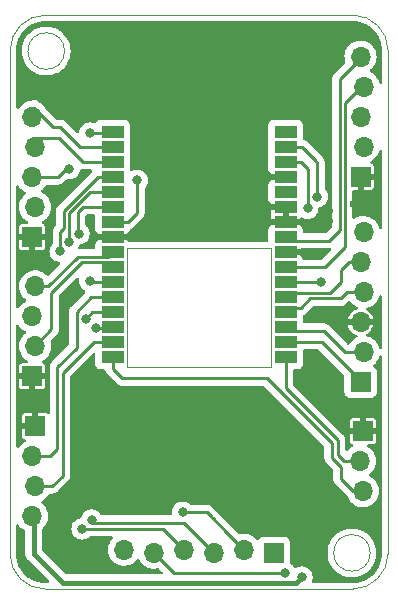
<source format=gbr>
%TF.GenerationSoftware,KiCad,Pcbnew,(6.0.4-0)*%
%TF.CreationDate,2022-08-30T14:02:00+08:00*%
%TF.ProjectId,STLinkV3_Adapter,53544c69-6e6b-4563-935f-416461707465,rev?*%
%TF.SameCoordinates,Original*%
%TF.FileFunction,Copper,L1,Top*%
%TF.FilePolarity,Positive*%
%FSLAX46Y46*%
G04 Gerber Fmt 4.6, Leading zero omitted, Abs format (unit mm)*
G04 Created by KiCad (PCBNEW (6.0.4-0)) date 2022-08-30 14:02:00*
%MOMM*%
%LPD*%
G01*
G04 APERTURE LIST*
%TA.AperFunction,Profile*%
%ADD10C,0.100000*%
%TD*%
%TA.AperFunction,Profile*%
%ADD11C,0.120000*%
%TD*%
%TA.AperFunction,ComponentPad*%
%ADD12R,1.700000X1.700000*%
%TD*%
%TA.AperFunction,ComponentPad*%
%ADD13O,1.700000X1.700000*%
%TD*%
%TA.AperFunction,SMDPad,CuDef*%
%ADD14R,1.899920X1.070100*%
%TD*%
%TA.AperFunction,ViaPad*%
%ADD15C,0.600000*%
%TD*%
%TA.AperFunction,ViaPad*%
%ADD16C,0.800000*%
%TD*%
%TA.AperFunction,Conductor*%
%ADD17C,0.250000*%
%TD*%
%TA.AperFunction,Conductor*%
%ADD18C,0.400000*%
%TD*%
G04 APERTURE END LIST*
D10*
X100490000Y-105540000D02*
G75*
G03*
X100490000Y-105540000I-1550000J0D01*
G01*
X74610000Y-63050000D02*
G75*
G03*
X74610000Y-63050000I-1550000J0D01*
G01*
X70000000Y-105648680D02*
G75*
G03*
X73000000Y-108600000I2952979J1285D01*
G01*
X99000000Y-108600000D02*
X73000000Y-108600000D01*
X102000000Y-63000000D02*
X102000000Y-105600000D01*
X73000000Y-60000000D02*
G75*
G03*
X70000000Y-63000000I2622J-3002622D01*
G01*
X99000000Y-108600000D02*
G75*
G03*
X102000000Y-105600000I0J3000000D01*
G01*
X102000000Y-63000000D02*
G75*
G03*
X99000000Y-60000000I-3000000J0D01*
G01*
X73000000Y-60000000D02*
X99000000Y-60000000D01*
X70000000Y-105648680D02*
X70000000Y-63000000D01*
D11*
%TO.C,U1*%
X79900000Y-79700000D02*
X92100000Y-79700000D01*
X92100000Y-79700000D02*
X92100000Y-89800000D01*
X92100000Y-89800000D02*
X79900000Y-89800000D01*
X79900000Y-89800000D02*
X79900000Y-79700000D01*
%TD*%
D12*
%TO.P,J1,1,Pin_1*%
%TO.N,GNDREF*%
X99877000Y-95225000D03*
D13*
%TO.P,J1,2,Pin_2*%
%TO.N,/I2C_SDA*%
X99623000Y-97765000D03*
%TO.P,J1,3,Pin_3*%
%TO.N,/I2C_SCL*%
X99877000Y-100305000D03*
%TD*%
%TO.P,J6,6,Pin_6*%
%TO.N,/5V*%
X99927000Y-78380000D03*
%TO.P,J6,5,Pin_5*%
%TO.N,/GPIO3*%
X99673000Y-80920000D03*
%TO.P,J6,4,Pin_4*%
%TO.N,/GPIO2*%
X99927000Y-83460000D03*
%TO.P,J6,3,Pin_3*%
%TO.N,GNDREF*%
X99673000Y-86000000D03*
%TO.P,J6,2,Pin_2*%
%TO.N,/GPIO1*%
X99927000Y-88540000D03*
D12*
%TO.P,J6,1,Pin_1*%
%TO.N,/GPIO0*%
X99673000Y-91080000D03*
%TD*%
%TO.P,J4,1,Pin_1*%
%TO.N,GNDREF*%
X99673000Y-73680000D03*
D13*
%TO.P,J4,2,Pin_2*%
%TO.N,/SPI_NSS*%
X99927000Y-71140000D03*
%TO.P,J4,3,Pin_3*%
%TO.N,/SPI_CLK*%
X99673000Y-68600000D03*
%TO.P,J4,4,Pin_4*%
%TO.N,/SPI_MISO*%
X99927000Y-66060000D03*
%TO.P,J4,5,Pin_5*%
%TO.N,/SPI_MOSI*%
X99673000Y-63520000D03*
%TD*%
%TO.P,J2,5,Pin_5*%
%TO.N,/UART_CTS*%
X71873000Y-68640000D03*
%TO.P,J2,4,Pin_4*%
%TO.N,/UART_RTS*%
X72127000Y-71180000D03*
%TO.P,J2,3,Pin_3*%
%TO.N,/UART_Tx*%
X71873000Y-73720000D03*
%TO.P,J2,2,Pin_2*%
%TO.N,/UART_Rx*%
X72127000Y-76260000D03*
D12*
%TO.P,J2,1,Pin_1*%
%TO.N,GNDREF*%
X71873000Y-78800000D03*
%TD*%
%TO.P,J5,1,Pin_1*%
%TO.N,GNDREF*%
X71873000Y-90600000D03*
D13*
%TO.P,J5,2,Pin_2*%
%TO.N,/CAN_Tx*%
X72127000Y-88060000D03*
%TO.P,J5,3,Pin_3*%
%TO.N,/5V*%
X71873000Y-85520000D03*
%TO.P,J5,4,Pin_4*%
%TO.N,/CAN_Rx*%
X72127000Y-82980000D03*
%TD*%
D12*
%TO.P,J3,1,Pin_1*%
%TO.N,GNDREF*%
X72127000Y-94800000D03*
D13*
%TO.P,J3,2,Pin_2*%
%TO.N,/VCP_Tx*%
X71873000Y-97340000D03*
%TO.P,J3,3,Pin_3*%
%TO.N,/VCP_Rx*%
X72127000Y-99880000D03*
%TO.P,J3,4,Pin_4*%
%TO.N,/5V*%
X71873000Y-102420000D03*
%TD*%
D14*
%TO.P,U1,1,BRIDGE_UART_RX*%
%TO.N,/UART_Rx*%
X78679970Y-69906000D03*
%TO.P,U1,2,BRIDGE_UART_CTS*%
%TO.N,/UART_CTS*%
X78679970Y-71176000D03*
%TO.P,U1,3,BRIDGE_UART_RTS*%
%TO.N,/UART_RTS*%
X78679970Y-72446000D03*
%TO.P,U1,4,T_JTMS/T_SWDIO*%
%TO.N,/T_SWDIO*%
X78679970Y-73716000D03*
%TO.P,U1,5,GNDDETECT*%
%TO.N,/T_GND*%
X78679970Y-74986000D03*
%TO.P,U1,6,T_JTDO/T_SWO*%
%TO.N,/T_SWO*%
X78679970Y-76256000D03*
%TO.P,U1,7,BRIDGE_SPI_CLK*%
%TO.N,/SPI_CLK*%
X78679970Y-77526000D03*
%TO.P,U1,8,GND_2*%
%TO.N,GNDREF*%
X78679970Y-78796000D03*
%TO.P,U1,9,BRIDGE_CAN_RX*%
%TO.N,/CAN_Rx*%
X78679970Y-80066000D03*
%TO.P,U1,10,BRIDGE_CAN_TX*%
%TO.N,/CAN_Tx*%
X78679970Y-81336000D03*
%TO.P,U1,11,BRIDGE_UART_TX*%
%TO.N,/UART_Tx*%
X78679970Y-82606000D03*
%TO.P,U1,12,T_VCP_TX*%
%TO.N,/VCP_Tx*%
X78679970Y-83876000D03*
%TO.P,U1,13,T_JCLK/T_SWCLK*%
%TO.N,/T_SWCLK*%
X78679970Y-85146000D03*
%TO.P,U1,14,BRIDGE_SPI_NSS*%
%TO.N,/SPI_NSS*%
X78679970Y-86416000D03*
%TO.P,U1,15,T_VCP_RX*%
%TO.N,/VCP_Rx*%
X78679970Y-87686000D03*
%TO.P,U1,16,BRIDGE_I2C_SCL*%
%TO.N,/I2C_SCL*%
X78679970Y-88956000D03*
%TO.P,U1,17,BRIDGE_I2C_SDA*%
%TO.N,/I2C_SDA*%
X93320030Y-88956000D03*
%TO.P,U1,18,BRIDGE_GPIO0*%
%TO.N,/GPIO0*%
X93320030Y-87686000D03*
%TO.P,U1,19,BRIDGE_GPIO1*%
%TO.N,/GPIO1*%
X93320030Y-86416000D03*
%TO.P,U1,20,BRIDGE_GPIO2*%
%TO.N,/GPIO2*%
X93320030Y-85146000D03*
%TO.P,U1,21,BRIDGE_GPIO3*%
%TO.N,/GPIO3*%
X93320030Y-83876000D03*
%TO.P,U1,22,5V_OPT*%
%TO.N,Net-(R1-Pad1)*%
X93320030Y-82606000D03*
%TO.P,U1,23,BRIDGE_SPI_MISO*%
%TO.N,/SPI_MISO*%
X93320030Y-81336000D03*
%TO.P,U1,24,GND*%
%TO.N,GNDREF*%
X93320030Y-80066000D03*
%TO.P,U1,25,BRIDGE_SPI_MOSI*%
%TO.N,/SPI_MOSI*%
X93320030Y-78796000D03*
%TO.P,U1,26,GND2*%
%TO.N,GNDREF*%
X93320030Y-77526000D03*
%TO.P,U1,27,GND3*%
X93320030Y-76256000D03*
%TO.P,U1,28,T_JTDI/NC*%
%TO.N,unconnected-(U1-Pad28)*%
X93320030Y-74986000D03*
%TO.P,U1,29,GND4*%
%TO.N,GNDREF*%
X93320030Y-73716000D03*
%TO.P,U1,30,T_VCC*%
%TO.N,/T_VCC*%
X93320030Y-72446000D03*
%TO.P,U1,31,T_NRST*%
%TO.N,/T_NRST*%
X93320030Y-71176000D03*
%TO.P,U1,32,T_SW_DIR*%
%TO.N,unconnected-(U1-Pad32)*%
X93320030Y-69906000D03*
%TD*%
D13*
%TO.P,J7,6,Pin_6*%
%TO.N,/T_SWO*%
X79650000Y-105273000D03*
%TO.P,J7,5,Pin_5*%
%TO.N,/T_NRST*%
X82190000Y-105527000D03*
%TO.P,J7,4,Pin_4*%
%TO.N,/T_SWDIO*%
X84730000Y-105273000D03*
%TO.P,J7,3,Pin_3*%
%TO.N,/T_GND*%
X87270000Y-105527000D03*
%TO.P,J7,2,Pin_2*%
%TO.N,/T_SWCLK*%
X89810000Y-105273000D03*
D12*
%TO.P,J7,1,Pin_1*%
%TO.N,/T_VCC*%
X92350000Y-105527000D03*
%TD*%
D15*
%TO.N,GNDREF*%
X75700000Y-83500000D03*
X72900000Y-92700000D03*
X71700000Y-80800000D03*
X72900000Y-80800000D03*
X96300000Y-107700000D03*
X101100000Y-102550000D03*
X94000000Y-98400000D03*
X94000000Y-99900000D03*
X94000000Y-101200000D03*
X76800000Y-79400000D03*
X97100000Y-77400000D03*
X97100000Y-76600000D03*
X96416000Y-85740000D03*
X97432000Y-85232000D03*
X98600000Y-93250000D03*
D16*
%TO.N,/T_SWCLK*%
X84600000Y-102100000D03*
D15*
%TO.N,GNDREF*%
X96200000Y-80300000D03*
X100000000Y-93250000D03*
X100500000Y-76000000D03*
X99000000Y-76000000D03*
X71600000Y-92700000D03*
X95000000Y-67250000D03*
X95000000Y-65500000D03*
X95000000Y-63750000D03*
X95000000Y-62000000D03*
X77000000Y-67250000D03*
X77000000Y-65500000D03*
X77000000Y-63750000D03*
X77000000Y-62000000D03*
X75250000Y-74250000D03*
X74250000Y-75250000D03*
D16*
%TO.N,/UART_Tx*%
X75000000Y-73000000D03*
X76750000Y-82500000D03*
D15*
%TO.N,GNDREF*%
X76750000Y-77500000D03*
X97500000Y-91250000D03*
X97000000Y-100500000D03*
X71750000Y-107000000D03*
X75464286Y-105500000D03*
X73678572Y-105500000D03*
X77250000Y-105500000D03*
X93750000Y-102500000D03*
X90178572Y-102500000D03*
X91964286Y-102500000D03*
X83250000Y-92750000D03*
X79678572Y-92750000D03*
X81464286Y-92750000D03*
X77892858Y-92750000D03*
X85928572Y-77250000D03*
X87714286Y-77250000D03*
X84142858Y-77250000D03*
X86714286Y-75500000D03*
X88500000Y-75500000D03*
X84928572Y-75500000D03*
X85928572Y-73750000D03*
X87714286Y-73750000D03*
X84142858Y-73750000D03*
X86714286Y-72000000D03*
X88500000Y-72000000D03*
X84928572Y-72000000D03*
X85928572Y-70250000D03*
X87714286Y-70250000D03*
X84142858Y-70250000D03*
X90000000Y-67250000D03*
X92500000Y-67250000D03*
X85000000Y-67250000D03*
X87500000Y-67250000D03*
X80000000Y-67250000D03*
X82500000Y-67250000D03*
X90000000Y-65500000D03*
X92500000Y-65500000D03*
X85000000Y-65500000D03*
X87500000Y-65500000D03*
X80000000Y-65500000D03*
X82500000Y-65500000D03*
X90000000Y-63750000D03*
X92500000Y-63750000D03*
X85000000Y-63750000D03*
X87500000Y-63750000D03*
X80000000Y-63750000D03*
X82500000Y-63750000D03*
X90000000Y-62000000D03*
X87500000Y-62000000D03*
X85000000Y-62000000D03*
X82500000Y-62000000D03*
X92500000Y-62000000D03*
X80000000Y-62000000D03*
D16*
%TO.N,/5V*%
X94700000Y-107600000D03*
%TO.N,/T_SWO*%
X75824500Y-78500000D03*
%TO.N,/T_GND*%
X74974500Y-79250000D03*
X76900000Y-102775500D03*
%TO.N,/T_SWDIO*%
X76100000Y-103500000D03*
X74250000Y-80000000D03*
%TO.N,/T_SWCLK*%
X76400000Y-85700000D03*
%TO.N,/T_NRST*%
X93300000Y-107250000D03*
X96000000Y-75380000D03*
%TO.N,/T_VCC*%
X95199989Y-76360000D03*
%TO.N,/SPI_NSS*%
X77250000Y-86500000D03*
%TO.N,/SPI_CLK*%
X80750000Y-74000000D03*
%TO.N,/UART_Rx*%
X76750000Y-70000000D03*
%TO.N,Net-(R1-Pad1)*%
X96340000Y-82610000D03*
%TD*%
D17*
%TO.N,/T_SWCLK*%
X78679970Y-85146000D02*
X76954000Y-85146000D01*
X76954000Y-85146000D02*
X76400000Y-85700000D01*
%TO.N,/VCP_Rx*%
X73560000Y-99880000D02*
X74449520Y-98990480D01*
X74449520Y-90300480D02*
X77064000Y-87686000D01*
X74449520Y-98990480D02*
X74449520Y-90300480D01*
X77064000Y-87686000D02*
X78679970Y-87686000D01*
X73560000Y-99880000D02*
X72127000Y-99880000D01*
%TO.N,/VCP_Tx*%
X74000000Y-96750000D02*
X73410000Y-97340000D01*
X73410000Y-97340000D02*
X71873000Y-97340000D01*
X74000000Y-94900000D02*
X74000000Y-95740000D01*
X74000000Y-89800000D02*
X74000000Y-94900000D01*
X74000000Y-94900000D02*
X74000000Y-96750000D01*
X78679970Y-83876000D02*
X76874000Y-83876000D01*
X76874000Y-83876000D02*
X75625000Y-85125000D01*
X75625000Y-85125000D02*
X75625000Y-88175000D01*
X75625000Y-88175000D02*
X74000000Y-89800000D01*
%TO.N,/T_SWCLK*%
X84600000Y-102100000D02*
X86637000Y-102100000D01*
X86637000Y-102100000D02*
X89810000Y-105273000D01*
X87143500Y-102606500D02*
X88318500Y-103781500D01*
X88318500Y-103781500D02*
X89810000Y-105273000D01*
%TO.N,/T_SWDIO*%
X74250000Y-80000000D02*
X74250000Y-78350000D01*
X74524980Y-78075020D02*
X74524980Y-76602624D01*
X74250000Y-78350000D02*
X74524980Y-78075020D01*
X77411604Y-73716000D02*
X78679970Y-73716000D01*
X74524980Y-76602624D02*
X77411604Y-73716000D01*
%TO.N,/VCP_Rx*%
X73420000Y-99880000D02*
X72000000Y-99880000D01*
X73420000Y-99880000D02*
X72127000Y-99880000D01*
X73560000Y-99880000D02*
X73420000Y-99880000D01*
%TO.N,/VCP_Tx*%
X74000000Y-95740000D02*
X74000000Y-96750000D01*
%TO.N,/CAN_Tx*%
X72127000Y-88060000D02*
X72127000Y-87987282D01*
X72127000Y-87987282D02*
X73500000Y-86614282D01*
X78269929Y-80925959D02*
X78679970Y-81336000D01*
X73500000Y-86614282D02*
X73500000Y-83500000D01*
X76074041Y-80925959D02*
X78269929Y-80925959D01*
X73500000Y-83500000D02*
X76074041Y-80925959D01*
%TO.N,/SPI_MOSI*%
X93320030Y-78796000D02*
X93496000Y-78796000D01*
X97900480Y-78199520D02*
X97900480Y-65419520D01*
X93496000Y-78796000D02*
X93800000Y-79100000D01*
X93800000Y-79100000D02*
X97000000Y-79100000D01*
X97000000Y-79100000D02*
X97900480Y-78199520D01*
X97900480Y-65419520D02*
X99800000Y-63520000D01*
%TO.N,/SPI_MISO*%
X99800000Y-66060000D02*
X99740000Y-66060000D01*
X98350000Y-67450000D02*
X98350000Y-79650000D01*
X99740000Y-66060000D02*
X98350000Y-67450000D01*
X98350000Y-79650000D02*
X96664000Y-81336000D01*
X96664000Y-81336000D02*
X93320030Y-81336000D01*
%TO.N,/CAN_Rx*%
X78679970Y-80066000D02*
X78679970Y-80108030D01*
X78679970Y-80108030D02*
X78311561Y-80476439D01*
X78311561Y-80476439D02*
X75723561Y-80476439D01*
X75723561Y-80476439D02*
X73220000Y-82980000D01*
X73220000Y-82980000D02*
X72000000Y-82980000D01*
%TO.N,/GPIO2*%
X93320030Y-85146000D02*
X93754000Y-85146000D01*
X93754000Y-85146000D02*
X94100000Y-84800000D01*
X98000480Y-83999520D02*
X98540000Y-83460000D01*
X94100000Y-84800000D02*
X94600000Y-84800000D01*
X94600000Y-84800000D02*
X95400480Y-83999520D01*
X98540000Y-83460000D02*
X99800000Y-83460000D01*
X95400480Y-83999520D02*
X98000480Y-83999520D01*
%TO.N,/GPIO3*%
X93320030Y-83876000D02*
X93824000Y-83876000D01*
X93824000Y-83876000D02*
X94150000Y-83550000D01*
X94150000Y-83550000D02*
X97050000Y-83550000D01*
X97050000Y-83550000D02*
X98000000Y-82600000D01*
X98000000Y-82600000D02*
X98000000Y-81600000D01*
X98000000Y-81600000D02*
X98680000Y-80920000D01*
X98680000Y-80920000D02*
X99800000Y-80920000D01*
%TO.N,/GPIO1*%
X93320030Y-86416000D02*
X93666000Y-86416000D01*
X93666000Y-86416000D02*
X94000000Y-86750000D01*
X94000000Y-86750000D02*
X96550000Y-86750000D01*
X96550000Y-86750000D02*
X98340000Y-88540000D01*
X98340000Y-88540000D02*
X99800000Y-88540000D01*
%TO.N,/T_SWCLK*%
X87037000Y-102500000D02*
X87143500Y-102606500D01*
%TO.N,/T_GND*%
X74974500Y-79250000D02*
X74974500Y-76788822D01*
X76777322Y-74986000D02*
X78679970Y-74986000D01*
X74974500Y-76788822D02*
X76777322Y-74986000D01*
%TO.N,/UART_Tx*%
X78679970Y-82606000D02*
X76856000Y-82606000D01*
X76856000Y-82606000D02*
X76750000Y-82500000D01*
X74750000Y-73000000D02*
X75000000Y-73000000D01*
X72000000Y-73720000D02*
X74030000Y-73720000D01*
X74030000Y-73720000D02*
X74750000Y-73000000D01*
%TO.N,/T_SWO*%
X75824500Y-78500000D02*
X75749011Y-78424511D01*
X75749011Y-78424511D02*
X75749011Y-76650029D01*
X75749011Y-76650029D02*
X76143040Y-76256000D01*
X76143040Y-76256000D02*
X78679970Y-76256000D01*
D18*
%TO.N,/5V*%
X94700000Y-107600000D02*
X94250489Y-108049511D01*
X94250489Y-108049511D02*
X74449511Y-108049511D01*
X72000000Y-105600000D02*
X72000000Y-102420000D01*
X74449511Y-108049511D02*
X72000000Y-105600000D01*
D17*
%TO.N,/T_GND*%
X76900000Y-102775500D02*
X77124500Y-103000000D01*
X77124500Y-103000000D02*
X84743000Y-103000000D01*
X84743000Y-103000000D02*
X87270000Y-105527000D01*
%TO.N,/T_SWDIO*%
X84730000Y-105273000D02*
X82957000Y-103500000D01*
X82957000Y-103500000D02*
X76100000Y-103500000D01*
%TO.N,/VCP_Tx*%
X74000000Y-95740000D02*
X74000000Y-96000000D01*
%TO.N,/T_NRST*%
X83913000Y-107250000D02*
X93300000Y-107250000D01*
X95780000Y-72270000D02*
X96000000Y-72490000D01*
X93320030Y-71176000D02*
X94686000Y-71176000D01*
X96000000Y-72490000D02*
X96000000Y-75380000D01*
X94686000Y-71176000D02*
X95780000Y-72270000D01*
%TO.N,/T_VCC*%
X93320030Y-72446000D02*
X94646000Y-72446000D01*
X94646000Y-72446000D02*
X95240000Y-73040000D01*
X95240000Y-73040000D02*
X95240000Y-76319989D01*
X95240000Y-76319989D02*
X95199989Y-76360000D01*
%TO.N,Net-(R1-Pad1)*%
X96340000Y-82610000D02*
X96336000Y-82606000D01*
X96336000Y-82606000D02*
X93320030Y-82606000D01*
%TO.N,/T_NRST*%
X82190000Y-105527000D02*
X83913000Y-107250000D01*
%TO.N,/SPI_NSS*%
X77250000Y-86500000D02*
X78595970Y-86500000D01*
X78595970Y-86500000D02*
X78679970Y-86416000D01*
%TO.N,/SPI_CLK*%
X80750000Y-74000000D02*
X80750000Y-76750000D01*
X80750000Y-76750000D02*
X79974000Y-77526000D01*
X79974000Y-77526000D02*
X78679970Y-77526000D01*
%TO.N,/I2C_SCL*%
X78679970Y-88956000D02*
X78679970Y-89929970D01*
X78679970Y-89929970D02*
X79500000Y-90750000D01*
X79500000Y-90750000D02*
X91750000Y-90750000D01*
X91750000Y-90750000D02*
X97250000Y-96250000D01*
X98000000Y-99250000D02*
X99055000Y-100305000D01*
X97250000Y-96250000D02*
X97250000Y-97500000D01*
X99055000Y-100305000D02*
X99750000Y-100305000D01*
X97250000Y-97500000D02*
X98000000Y-98250000D01*
X98000000Y-98250000D02*
X98000000Y-99250000D01*
%TO.N,/I2C_SDA*%
X98265000Y-97765000D02*
X99750000Y-97765000D01*
X97750000Y-96000000D02*
X97750000Y-97250000D01*
X97750000Y-97250000D02*
X98265000Y-97765000D01*
X93320030Y-88956000D02*
X93320030Y-91570030D01*
X93320030Y-91570030D02*
X97750000Y-96000000D01*
%TO.N,/UART_Rx*%
X76750000Y-70000000D02*
X78585970Y-70000000D01*
X78585970Y-70000000D02*
X78679970Y-69906000D01*
%TO.N,/UART_CTS*%
X72000000Y-67840000D02*
X73660000Y-69500000D01*
X75926000Y-71176000D02*
X78679970Y-71176000D01*
X73660000Y-69500000D02*
X74250000Y-69500000D01*
X74250000Y-69500000D02*
X75926000Y-71176000D01*
%TO.N,/UART_RTS*%
X72000000Y-70380000D02*
X74130000Y-70380000D01*
X74130000Y-70380000D02*
X76196000Y-72446000D01*
X76196000Y-72446000D02*
X78679970Y-72446000D01*
%TO.N,/GPIO0*%
X96406000Y-87686000D02*
X99800000Y-91080000D01*
X93320030Y-87686000D02*
X96406000Y-87686000D01*
%TD*%
%TA.AperFunction,Conductor*%
%TO.N,GNDREF*%
G36*
X96159527Y-88339502D02*
G01*
X96180501Y-88356405D01*
X98277595Y-90453500D01*
X98311621Y-90515812D01*
X98314500Y-90542595D01*
X98314500Y-91978134D01*
X98321255Y-92040316D01*
X98372385Y-92176705D01*
X98459739Y-92293261D01*
X98576295Y-92380615D01*
X98712684Y-92431745D01*
X98774866Y-92438500D01*
X100571134Y-92438500D01*
X100633316Y-92431745D01*
X100769705Y-92380615D01*
X100886261Y-92293261D01*
X100973615Y-92176705D01*
X101024745Y-92040316D01*
X101031500Y-91978134D01*
X101031500Y-90181866D01*
X101024745Y-90119684D01*
X100973615Y-89983295D01*
X100886261Y-89866739D01*
X100876858Y-89859692D01*
X100790204Y-89794748D01*
X100747689Y-89737889D01*
X100742663Y-89667070D01*
X100776723Y-89604777D01*
X100792599Y-89591345D01*
X100806860Y-89581173D01*
X100862028Y-89526198D01*
X100940091Y-89448407D01*
X100965096Y-89423489D01*
X100975896Y-89408460D01*
X101092435Y-89246277D01*
X101095453Y-89242077D01*
X101194430Y-89041811D01*
X101244942Y-88875557D01*
X101283883Y-88816193D01*
X101348737Y-88787306D01*
X101418913Y-88798067D01*
X101472131Y-88845061D01*
X101491500Y-88912186D01*
X101491500Y-100291854D01*
X101487732Y-100304685D01*
X101491500Y-100333372D01*
X101491500Y-105550633D01*
X101490000Y-105570018D01*
X101487690Y-105584851D01*
X101487690Y-105584855D01*
X101486309Y-105593724D01*
X101488558Y-105610919D01*
X101489391Y-105634863D01*
X101473794Y-105892710D01*
X101471960Y-105907814D01*
X101469077Y-105923548D01*
X101426390Y-106156489D01*
X101420477Y-106188754D01*
X101416836Y-106203526D01*
X101344135Y-106436833D01*
X101331859Y-106476227D01*
X101326466Y-106490445D01*
X101248120Y-106664524D01*
X101209243Y-106750906D01*
X101202172Y-106764379D01*
X101054405Y-107008813D01*
X101045762Y-107021334D01*
X100869615Y-107246171D01*
X100859525Y-107257560D01*
X100657560Y-107459525D01*
X100646171Y-107469615D01*
X100421334Y-107645762D01*
X100408813Y-107654405D01*
X100164379Y-107802172D01*
X100150908Y-107809242D01*
X99890445Y-107926466D01*
X99876231Y-107931858D01*
X99748835Y-107971556D01*
X99603527Y-108016836D01*
X99588760Y-108020475D01*
X99379786Y-108058771D01*
X99307814Y-108071960D01*
X99292710Y-108073794D01*
X99042096Y-108088953D01*
X99015284Y-108087692D01*
X99015148Y-108087690D01*
X99006276Y-108086309D01*
X98997374Y-108087473D01*
X98997372Y-108087473D01*
X98982323Y-108089441D01*
X98974714Y-108090436D01*
X98958379Y-108091500D01*
X95668979Y-108091500D01*
X95600858Y-108071498D01*
X95554365Y-108017842D01*
X95544261Y-107947568D01*
X95549146Y-107926564D01*
X95591502Y-107796206D01*
X95593542Y-107789928D01*
X95606336Y-107668205D01*
X95612814Y-107606565D01*
X95613504Y-107600000D01*
X95608414Y-107551569D01*
X95594232Y-107416635D01*
X95594232Y-107416633D01*
X95593542Y-107410072D01*
X95534527Y-107228444D01*
X95439040Y-107063056D01*
X95431669Y-107054869D01*
X95315675Y-106926045D01*
X95315674Y-106926044D01*
X95311253Y-106921134D01*
X95194118Y-106836030D01*
X95162094Y-106812763D01*
X95162093Y-106812762D01*
X95156752Y-106808882D01*
X95150724Y-106806198D01*
X95150722Y-106806197D01*
X94988319Y-106733891D01*
X94988318Y-106733891D01*
X94982288Y-106731206D01*
X94888888Y-106711353D01*
X94801944Y-106692872D01*
X94801939Y-106692872D01*
X94795487Y-106691500D01*
X94604513Y-106691500D01*
X94598061Y-106692872D01*
X94598056Y-106692872D01*
X94511113Y-106711353D01*
X94417712Y-106731206D01*
X94411682Y-106733891D01*
X94411681Y-106733891D01*
X94249279Y-106806197D01*
X94243248Y-106808882D01*
X94240083Y-106811181D01*
X94172058Y-106827686D01*
X94104966Y-106804468D01*
X94068931Y-106764829D01*
X94042341Y-106718774D01*
X94039040Y-106713056D01*
X93978881Y-106646242D01*
X93915675Y-106576045D01*
X93915674Y-106576044D01*
X93911253Y-106571134D01*
X93903743Y-106565677D01*
X93780625Y-106476227D01*
X93760439Y-106461560D01*
X93717085Y-106405339D01*
X93708500Y-106359625D01*
X93708500Y-105518393D01*
X96876803Y-105518393D01*
X96877210Y-105525458D01*
X96892960Y-105798601D01*
X96893785Y-105802806D01*
X96893786Y-105802814D01*
X96912916Y-105900317D01*
X96946996Y-106074024D01*
X96948383Y-106078074D01*
X96948384Y-106078079D01*
X97033845Y-106327689D01*
X97037911Y-106339565D01*
X97088873Y-106440892D01*
X97160377Y-106583062D01*
X97164022Y-106590310D01*
X97166448Y-106593839D01*
X97166451Y-106593845D01*
X97274397Y-106750906D01*
X97322997Y-106821620D01*
X97325884Y-106824793D01*
X97325885Y-106824794D01*
X97345585Y-106846444D01*
X97511894Y-107029215D01*
X97515183Y-107031965D01*
X97723925Y-107206501D01*
X97723930Y-107206505D01*
X97727217Y-107209253D01*
X97786632Y-107246524D01*
X97961341Y-107356119D01*
X97961345Y-107356121D01*
X97964981Y-107358402D01*
X98220788Y-107473903D01*
X98224907Y-107475123D01*
X98485790Y-107552401D01*
X98485795Y-107552402D01*
X98489903Y-107553619D01*
X98494137Y-107554267D01*
X98494142Y-107554268D01*
X98733071Y-107590829D01*
X98767347Y-107596074D01*
X98910292Y-107598319D01*
X99043694Y-107600415D01*
X99043700Y-107600415D01*
X99047985Y-107600482D01*
X99326626Y-107566763D01*
X99598112Y-107495540D01*
X99602072Y-107493900D01*
X99602077Y-107493898D01*
X99788605Y-107416635D01*
X99857420Y-107388131D01*
X99908296Y-107358402D01*
X100096054Y-107248685D01*
X100096055Y-107248685D01*
X100099752Y-107246524D01*
X100320624Y-107073338D01*
X100515948Y-106871779D01*
X100518481Y-106868331D01*
X100518485Y-106868326D01*
X100679572Y-106649032D01*
X100682110Y-106645577D01*
X100688343Y-106634097D01*
X100813986Y-106402692D01*
X100813987Y-106402690D01*
X100816036Y-106398916D01*
X100881966Y-106224438D01*
X100913729Y-106140380D01*
X100913730Y-106140376D01*
X100915247Y-106136362D01*
X100959233Y-105944308D01*
X100976949Y-105866957D01*
X100976950Y-105866953D01*
X100977907Y-105862773D01*
X100982949Y-105806284D01*
X101002637Y-105585677D01*
X101002637Y-105585675D01*
X101002857Y-105583211D01*
X101003310Y-105540000D01*
X100984220Y-105259977D01*
X100978923Y-105234396D01*
X100928172Y-104989332D01*
X100927303Y-104985135D01*
X100833612Y-104720561D01*
X100823401Y-104700776D01*
X100706847Y-104474957D01*
X100706847Y-104474956D01*
X100704882Y-104471150D01*
X100694595Y-104456512D01*
X100599298Y-104320919D01*
X100543493Y-104241517D01*
X100447252Y-104137949D01*
X100355354Y-104039055D01*
X100355351Y-104039052D01*
X100352433Y-104035912D01*
X100135237Y-103858139D01*
X99895923Y-103711487D01*
X99873348Y-103701577D01*
X99642853Y-103600397D01*
X99638921Y-103598671D01*
X99619519Y-103593144D01*
X99373114Y-103522954D01*
X99373115Y-103522954D01*
X99368986Y-103521778D01*
X99134965Y-103488472D01*
X99095365Y-103482836D01*
X99095363Y-103482836D01*
X99091113Y-103482231D01*
X99086824Y-103482209D01*
X99086817Y-103482208D01*
X98814730Y-103480783D01*
X98814723Y-103480783D01*
X98810444Y-103480761D01*
X98806199Y-103481320D01*
X98806197Y-103481320D01*
X98751874Y-103488472D01*
X98532172Y-103517397D01*
X98261446Y-103591459D01*
X98003277Y-103701577D01*
X97962423Y-103726028D01*
X97766123Y-103843511D01*
X97766119Y-103843514D01*
X97762441Y-103845715D01*
X97543395Y-104021204D01*
X97540451Y-104024306D01*
X97540447Y-104024310D01*
X97353142Y-104221688D01*
X97350192Y-104224797D01*
X97186408Y-104452727D01*
X97184404Y-104456512D01*
X97108601Y-104599680D01*
X97055073Y-104700776D01*
X97053601Y-104704799D01*
X97053599Y-104704803D01*
X97017918Y-104802305D01*
X96958616Y-104964355D01*
X96957703Y-104968541D01*
X96957703Y-104968542D01*
X96919641Y-105143115D01*
X96898825Y-105238585D01*
X96876803Y-105518393D01*
X93708500Y-105518393D01*
X93708500Y-104628866D01*
X93701745Y-104566684D01*
X93650615Y-104430295D01*
X93563261Y-104313739D01*
X93446705Y-104226385D01*
X93310316Y-104175255D01*
X93248134Y-104168500D01*
X91451866Y-104168500D01*
X91389684Y-104175255D01*
X91253295Y-104226385D01*
X91136739Y-104313739D01*
X91131358Y-104320919D01*
X91131357Y-104320920D01*
X91064316Y-104410372D01*
X91007456Y-104452887D01*
X90936638Y-104457912D01*
X90870297Y-104419607D01*
X90743152Y-104279876D01*
X90743142Y-104279867D01*
X90739670Y-104276051D01*
X90735619Y-104272852D01*
X90735615Y-104272848D01*
X90568414Y-104140800D01*
X90568410Y-104140798D01*
X90564359Y-104137598D01*
X90556936Y-104133500D01*
X90512136Y-104108769D01*
X90368789Y-104029638D01*
X90363920Y-104027914D01*
X90363916Y-104027912D01*
X90163087Y-103956795D01*
X90163083Y-103956794D01*
X90158212Y-103955069D01*
X90153119Y-103954162D01*
X90153116Y-103954161D01*
X89943373Y-103916800D01*
X89943367Y-103916799D01*
X89938284Y-103915894D01*
X89864452Y-103914992D01*
X89720081Y-103913228D01*
X89720079Y-103913228D01*
X89714911Y-103913165D01*
X89494091Y-103946955D01*
X89481532Y-103951060D01*
X89410568Y-103953210D01*
X89353294Y-103920389D01*
X87140652Y-101707747D01*
X87133112Y-101699461D01*
X87129000Y-101692982D01*
X87079348Y-101646356D01*
X87076507Y-101643602D01*
X87056770Y-101623865D01*
X87053573Y-101621385D01*
X87044551Y-101613680D01*
X87018100Y-101588841D01*
X87012321Y-101583414D01*
X87005375Y-101579595D01*
X87005372Y-101579593D01*
X86994566Y-101573652D01*
X86978047Y-101562801D01*
X86972048Y-101558148D01*
X86962041Y-101550386D01*
X86954772Y-101547241D01*
X86954768Y-101547238D01*
X86921463Y-101532826D01*
X86910813Y-101527609D01*
X86872060Y-101506305D01*
X86852437Y-101501267D01*
X86833734Y-101494863D01*
X86822420Y-101489967D01*
X86822419Y-101489967D01*
X86815145Y-101486819D01*
X86807322Y-101485580D01*
X86807312Y-101485577D01*
X86771476Y-101479901D01*
X86759856Y-101477495D01*
X86724711Y-101468472D01*
X86724710Y-101468472D01*
X86717030Y-101466500D01*
X86696776Y-101466500D01*
X86677065Y-101464949D01*
X86664886Y-101463020D01*
X86657057Y-101461780D01*
X86649165Y-101462526D01*
X86613039Y-101465941D01*
X86601181Y-101466500D01*
X85308200Y-101466500D01*
X85240079Y-101446498D01*
X85220853Y-101430157D01*
X85220580Y-101430460D01*
X85215668Y-101426037D01*
X85211253Y-101421134D01*
X85112205Y-101349171D01*
X85062094Y-101312763D01*
X85062093Y-101312762D01*
X85056752Y-101308882D01*
X85050724Y-101306198D01*
X85050722Y-101306197D01*
X84888319Y-101233891D01*
X84888318Y-101233891D01*
X84882288Y-101231206D01*
X84788888Y-101211353D01*
X84701944Y-101192872D01*
X84701939Y-101192872D01*
X84695487Y-101191500D01*
X84504513Y-101191500D01*
X84498061Y-101192872D01*
X84498056Y-101192872D01*
X84411112Y-101211353D01*
X84317712Y-101231206D01*
X84311682Y-101233891D01*
X84311681Y-101233891D01*
X84149278Y-101306197D01*
X84149276Y-101306198D01*
X84143248Y-101308882D01*
X83988747Y-101421134D01*
X83984326Y-101426044D01*
X83984325Y-101426045D01*
X83875203Y-101547238D01*
X83860960Y-101563056D01*
X83818336Y-101636883D01*
X83801200Y-101666564D01*
X83765473Y-101728444D01*
X83706458Y-101910072D01*
X83705768Y-101916633D01*
X83705768Y-101916635D01*
X83698930Y-101981697D01*
X83686496Y-102100000D01*
X83697272Y-102202522D01*
X83699879Y-102227329D01*
X83687107Y-102297168D01*
X83638605Y-102349014D01*
X83574569Y-102366500D01*
X77785655Y-102366500D01*
X77717534Y-102346498D01*
X77676536Y-102303501D01*
X77642341Y-102244274D01*
X77639040Y-102238556D01*
X77511253Y-102096634D01*
X77356752Y-101984382D01*
X77350724Y-101981698D01*
X77350722Y-101981697D01*
X77188319Y-101909391D01*
X77188318Y-101909391D01*
X77182288Y-101906706D01*
X77088887Y-101886853D01*
X77001944Y-101868372D01*
X77001939Y-101868372D01*
X76995487Y-101867000D01*
X76804513Y-101867000D01*
X76798061Y-101868372D01*
X76798056Y-101868372D01*
X76711113Y-101886853D01*
X76617712Y-101906706D01*
X76611682Y-101909391D01*
X76611681Y-101909391D01*
X76449278Y-101981697D01*
X76449276Y-101981698D01*
X76443248Y-101984382D01*
X76288747Y-102096634D01*
X76160960Y-102238556D01*
X76065473Y-102403944D01*
X76063432Y-102410226D01*
X76027013Y-102522310D01*
X75986939Y-102580915D01*
X75933378Y-102606619D01*
X75824176Y-102629831D01*
X75824167Y-102629834D01*
X75817712Y-102631206D01*
X75811682Y-102633891D01*
X75811681Y-102633891D01*
X75649278Y-102706197D01*
X75649276Y-102706198D01*
X75643248Y-102708882D01*
X75637907Y-102712762D01*
X75637906Y-102712763D01*
X75587843Y-102749136D01*
X75488747Y-102821134D01*
X75484326Y-102826044D01*
X75484325Y-102826045D01*
X75430087Y-102886283D01*
X75360960Y-102963056D01*
X75265473Y-103128444D01*
X75206458Y-103310072D01*
X75186496Y-103500000D01*
X75187186Y-103506565D01*
X75204246Y-103668879D01*
X75206458Y-103689928D01*
X75265473Y-103871556D01*
X75360960Y-104036944D01*
X75365378Y-104041851D01*
X75365379Y-104041852D01*
X75481474Y-104170789D01*
X75488747Y-104178866D01*
X75554151Y-104226385D01*
X75632953Y-104283638D01*
X75643248Y-104291118D01*
X75649276Y-104293802D01*
X75649278Y-104293803D01*
X75757558Y-104342012D01*
X75817712Y-104368794D01*
X75911113Y-104388647D01*
X75998056Y-104407128D01*
X75998061Y-104407128D01*
X76004513Y-104408500D01*
X76195487Y-104408500D01*
X76201939Y-104407128D01*
X76201944Y-104407128D01*
X76288887Y-104388647D01*
X76382288Y-104368794D01*
X76442442Y-104342012D01*
X76550722Y-104293803D01*
X76550724Y-104293802D01*
X76556752Y-104291118D01*
X76567048Y-104283638D01*
X76697240Y-104189047D01*
X76711253Y-104178866D01*
X76715668Y-104173963D01*
X76720580Y-104169540D01*
X76721705Y-104170789D01*
X76775014Y-104137949D01*
X76808200Y-104133500D01*
X78565078Y-104133500D01*
X78633199Y-104153502D01*
X78679692Y-104207158D01*
X78689796Y-104277432D01*
X78656172Y-104346551D01*
X78590629Y-104415138D01*
X78587715Y-104419410D01*
X78587714Y-104419411D01*
X78554811Y-104467645D01*
X78464743Y-104599680D01*
X78432793Y-104668510D01*
X78373672Y-104795877D01*
X78370688Y-104802305D01*
X78310989Y-105017570D01*
X78287251Y-105239695D01*
X78287548Y-105244848D01*
X78287548Y-105244851D01*
X78292081Y-105323460D01*
X78300110Y-105462715D01*
X78301247Y-105467761D01*
X78301248Y-105467767D01*
X78313623Y-105522676D01*
X78349222Y-105680639D01*
X78395380Y-105794313D01*
X78425866Y-105869391D01*
X78433266Y-105887616D01*
X78479648Y-105963305D01*
X78546245Y-106071981D01*
X78549987Y-106078088D01*
X78696250Y-106246938D01*
X78868126Y-106389632D01*
X79061000Y-106502338D01*
X79065825Y-106504180D01*
X79065826Y-106504181D01*
X79089874Y-106513364D01*
X79269692Y-106582030D01*
X79274760Y-106583061D01*
X79274763Y-106583062D01*
X79382017Y-106604883D01*
X79488597Y-106626567D01*
X79493772Y-106626757D01*
X79493774Y-106626757D01*
X79706673Y-106634564D01*
X79706677Y-106634564D01*
X79711837Y-106634753D01*
X79716957Y-106634097D01*
X79716959Y-106634097D01*
X79928288Y-106607025D01*
X79928289Y-106607025D01*
X79933416Y-106606368D01*
X79958675Y-106598790D01*
X80142429Y-106543661D01*
X80142434Y-106543659D01*
X80147384Y-106542174D01*
X80347994Y-106443896D01*
X80529860Y-106314173D01*
X80580724Y-106263487D01*
X80684435Y-106160137D01*
X80688096Y-106156489D01*
X80698783Y-106141616D01*
X80740970Y-106082908D01*
X80796965Y-106039261D01*
X80867668Y-106032815D01*
X80930632Y-106065618D01*
X80960035Y-106109032D01*
X80969432Y-106132174D01*
X80973266Y-106141616D01*
X81006749Y-106196255D01*
X81079009Y-106314173D01*
X81089987Y-106332088D01*
X81236250Y-106500938D01*
X81361453Y-106604883D01*
X81397204Y-106634564D01*
X81408126Y-106643632D01*
X81601000Y-106756338D01*
X81605825Y-106758180D01*
X81605826Y-106758181D01*
X81678612Y-106785975D01*
X81809692Y-106836030D01*
X81814760Y-106837061D01*
X81814763Y-106837062D01*
X81922017Y-106858883D01*
X82028597Y-106880567D01*
X82033772Y-106880757D01*
X82033774Y-106880757D01*
X82246673Y-106888564D01*
X82246677Y-106888564D01*
X82251837Y-106888753D01*
X82256957Y-106888097D01*
X82256959Y-106888097D01*
X82468288Y-106861025D01*
X82468289Y-106861025D01*
X82473416Y-106860368D01*
X82519827Y-106846444D01*
X82590823Y-106846028D01*
X82645131Y-106878035D01*
X82893011Y-107125916D01*
X82927036Y-107188228D01*
X82921971Y-107259044D01*
X82879424Y-107315879D01*
X82812903Y-107340690D01*
X82803915Y-107341011D01*
X74795172Y-107341011D01*
X74727051Y-107321009D01*
X74706077Y-107304106D01*
X72745405Y-105343435D01*
X72711380Y-105281123D01*
X72708500Y-105254340D01*
X72708500Y-103556593D01*
X72728502Y-103488472D01*
X72751776Y-103461946D01*
X72752860Y-103461173D01*
X72911096Y-103303489D01*
X73041453Y-103122077D01*
X73060947Y-103082635D01*
X73138136Y-102926453D01*
X73138137Y-102926451D01*
X73140430Y-102921811D01*
X73197546Y-102733821D01*
X73203865Y-102713023D01*
X73203865Y-102713021D01*
X73205370Y-102708069D01*
X73234529Y-102486590D01*
X73236156Y-102420000D01*
X73217852Y-102197361D01*
X73163431Y-101980702D01*
X73074354Y-101775840D01*
X73007270Y-101672144D01*
X72955822Y-101592617D01*
X72955820Y-101592614D01*
X72953014Y-101588277D01*
X72802670Y-101423051D01*
X72798619Y-101419852D01*
X72798615Y-101419848D01*
X72677412Y-101324128D01*
X72636349Y-101266211D01*
X72633117Y-101195288D01*
X72668742Y-101133876D01*
X72700070Y-101112096D01*
X72824994Y-101050896D01*
X73006860Y-100921173D01*
X73165096Y-100763489D01*
X73202082Y-100712018D01*
X73292435Y-100586277D01*
X73295453Y-100582077D01*
X73297746Y-100577437D01*
X73299446Y-100574608D01*
X73351674Y-100526518D01*
X73407451Y-100513500D01*
X73481233Y-100513500D01*
X73492416Y-100514027D01*
X73499909Y-100515702D01*
X73507835Y-100515453D01*
X73507836Y-100515453D01*
X73567986Y-100513562D01*
X73571945Y-100513500D01*
X73599856Y-100513500D01*
X73603791Y-100513003D01*
X73603856Y-100512995D01*
X73615693Y-100512062D01*
X73647951Y-100511048D01*
X73651970Y-100510922D01*
X73659889Y-100510673D01*
X73679343Y-100505021D01*
X73698700Y-100501013D01*
X73710930Y-100499468D01*
X73710931Y-100499468D01*
X73718797Y-100498474D01*
X73726168Y-100495555D01*
X73726170Y-100495555D01*
X73759912Y-100482196D01*
X73771142Y-100478351D01*
X73805983Y-100468229D01*
X73805984Y-100468229D01*
X73813593Y-100466018D01*
X73820412Y-100461985D01*
X73820417Y-100461983D01*
X73831028Y-100455707D01*
X73848776Y-100447012D01*
X73867617Y-100439552D01*
X73903387Y-100413564D01*
X73913307Y-100407048D01*
X73944535Y-100388580D01*
X73944538Y-100388578D01*
X73951362Y-100384542D01*
X73965683Y-100370221D01*
X73980717Y-100357380D01*
X73990694Y-100350131D01*
X73997107Y-100345472D01*
X74025298Y-100311395D01*
X74033288Y-100302616D01*
X74841767Y-99494137D01*
X74850057Y-99486593D01*
X74856538Y-99482480D01*
X74881939Y-99455431D01*
X74903178Y-99432813D01*
X74905933Y-99429971D01*
X74925654Y-99410250D01*
X74928132Y-99407055D01*
X74935838Y-99398033D01*
X74960678Y-99371581D01*
X74966106Y-99365801D01*
X74975866Y-99348048D01*
X74986719Y-99331525D01*
X74994273Y-99321786D01*
X74999133Y-99315521D01*
X75016696Y-99274937D01*
X75021903Y-99264307D01*
X75043215Y-99225540D01*
X75045186Y-99217863D01*
X75045188Y-99217858D01*
X75048252Y-99205922D01*
X75054658Y-99187210D01*
X75059553Y-99175899D01*
X75062701Y-99168625D01*
X75063941Y-99160797D01*
X75063943Y-99160790D01*
X75069619Y-99124956D01*
X75072025Y-99113336D01*
X75081048Y-99078191D01*
X75081048Y-99078190D01*
X75083020Y-99070510D01*
X75083020Y-99050256D01*
X75084571Y-99030545D01*
X75086500Y-99018366D01*
X75087740Y-99010537D01*
X75083579Y-98966518D01*
X75083020Y-98954661D01*
X75083020Y-90615074D01*
X75103022Y-90546953D01*
X75119925Y-90525979D01*
X77006415Y-88639490D01*
X77068727Y-88605464D01*
X77139543Y-88610529D01*
X77196378Y-88653076D01*
X77221189Y-88719596D01*
X77221510Y-88728585D01*
X77221510Y-89539184D01*
X77228265Y-89601366D01*
X77279395Y-89737755D01*
X77366749Y-89854311D01*
X77483305Y-89941665D01*
X77619694Y-89992795D01*
X77681876Y-89999550D01*
X77941879Y-89999550D01*
X78010000Y-90019552D01*
X78056493Y-90073208D01*
X78061219Y-90086574D01*
X78061496Y-90088767D01*
X78064413Y-90096135D01*
X78064415Y-90096142D01*
X78077774Y-90129882D01*
X78081619Y-90141112D01*
X78089739Y-90169062D01*
X78093952Y-90183563D01*
X78097985Y-90190382D01*
X78097987Y-90190387D01*
X78104263Y-90200998D01*
X78112958Y-90218746D01*
X78120418Y-90237587D01*
X78125080Y-90244003D01*
X78125080Y-90244004D01*
X78146406Y-90273357D01*
X78152922Y-90283277D01*
X78163447Y-90301073D01*
X78175428Y-90321332D01*
X78189749Y-90335653D01*
X78202589Y-90350686D01*
X78214498Y-90367077D01*
X78248575Y-90395268D01*
X78257354Y-90403258D01*
X78996343Y-91142247D01*
X79003887Y-91150537D01*
X79008000Y-91157018D01*
X79013777Y-91162443D01*
X79057667Y-91203658D01*
X79060509Y-91206413D01*
X79080231Y-91226135D01*
X79083355Y-91228558D01*
X79083359Y-91228562D01*
X79083424Y-91228612D01*
X79092445Y-91236317D01*
X79124679Y-91266586D01*
X79131627Y-91270405D01*
X79131629Y-91270407D01*
X79142432Y-91276346D01*
X79158959Y-91287202D01*
X79168698Y-91294757D01*
X79168700Y-91294758D01*
X79174960Y-91299614D01*
X79215540Y-91317174D01*
X79226188Y-91322391D01*
X79264940Y-91343695D01*
X79272616Y-91345666D01*
X79272619Y-91345667D01*
X79284562Y-91348733D01*
X79303267Y-91355137D01*
X79321855Y-91363181D01*
X79329678Y-91364420D01*
X79329688Y-91364423D01*
X79365524Y-91370099D01*
X79377144Y-91372505D01*
X79412289Y-91381528D01*
X79419970Y-91383500D01*
X79440224Y-91383500D01*
X79459934Y-91385051D01*
X79479943Y-91388220D01*
X79487835Y-91387474D01*
X79523961Y-91384059D01*
X79535819Y-91383500D01*
X91435406Y-91383500D01*
X91503527Y-91403502D01*
X91524501Y-91420405D01*
X96579595Y-96475499D01*
X96613621Y-96537811D01*
X96616500Y-96564594D01*
X96616500Y-97421233D01*
X96615973Y-97432416D01*
X96614298Y-97439909D01*
X96614547Y-97447835D01*
X96614547Y-97447836D01*
X96616438Y-97507986D01*
X96616500Y-97511945D01*
X96616500Y-97539856D01*
X96616997Y-97543790D01*
X96616997Y-97543791D01*
X96617005Y-97543856D01*
X96617938Y-97555693D01*
X96619327Y-97599889D01*
X96624978Y-97619339D01*
X96628987Y-97638700D01*
X96631526Y-97658797D01*
X96634445Y-97666168D01*
X96634445Y-97666170D01*
X96647804Y-97699912D01*
X96651649Y-97711142D01*
X96663982Y-97753593D01*
X96668015Y-97760412D01*
X96668017Y-97760417D01*
X96674293Y-97771028D01*
X96682988Y-97788776D01*
X96690448Y-97807617D01*
X96695110Y-97814033D01*
X96695110Y-97814034D01*
X96716436Y-97843387D01*
X96722952Y-97853307D01*
X96732868Y-97870073D01*
X96745458Y-97891362D01*
X96759779Y-97905683D01*
X96772619Y-97920716D01*
X96784528Y-97937107D01*
X96790634Y-97942158D01*
X96818605Y-97965298D01*
X96827384Y-97973288D01*
X97329595Y-98475499D01*
X97363621Y-98537811D01*
X97366500Y-98564594D01*
X97366500Y-99171233D01*
X97365973Y-99182416D01*
X97364298Y-99189909D01*
X97364547Y-99197835D01*
X97364547Y-99197836D01*
X97366438Y-99257986D01*
X97366500Y-99261945D01*
X97366500Y-99289856D01*
X97366997Y-99293790D01*
X97366997Y-99293791D01*
X97367005Y-99293856D01*
X97367938Y-99305693D01*
X97369327Y-99349889D01*
X97373950Y-99365801D01*
X97374978Y-99369339D01*
X97378987Y-99388700D01*
X97381526Y-99408797D01*
X97384445Y-99416168D01*
X97384445Y-99416170D01*
X97397804Y-99449912D01*
X97401649Y-99461142D01*
X97406170Y-99476703D01*
X97413982Y-99503593D01*
X97418015Y-99510412D01*
X97418017Y-99510417D01*
X97424293Y-99521028D01*
X97432988Y-99538776D01*
X97440448Y-99557617D01*
X97445110Y-99564033D01*
X97445110Y-99564034D01*
X97466436Y-99593387D01*
X97472952Y-99603307D01*
X97482581Y-99619588D01*
X97495458Y-99641362D01*
X97509779Y-99655683D01*
X97522619Y-99670716D01*
X97534528Y-99687107D01*
X97540634Y-99692158D01*
X97568605Y-99715298D01*
X97577384Y-99723288D01*
X98551343Y-100697247D01*
X98558885Y-100705533D01*
X98563000Y-100712018D01*
X98568782Y-100717448D01*
X98573831Y-100723551D01*
X98572162Y-100724932D01*
X98594342Y-100757264D01*
X98632011Y-100850031D01*
X98660266Y-100919616D01*
X98695949Y-100977846D01*
X98772935Y-101103475D01*
X98776987Y-101110088D01*
X98923250Y-101278938D01*
X99095126Y-101421632D01*
X99288000Y-101534338D01*
X99292825Y-101536180D01*
X99292826Y-101536181D01*
X99360801Y-101562138D01*
X99496692Y-101614030D01*
X99501760Y-101615061D01*
X99501763Y-101615062D01*
X99558814Y-101626669D01*
X99715597Y-101658567D01*
X99720772Y-101658757D01*
X99720774Y-101658757D01*
X99933673Y-101666564D01*
X99933677Y-101666564D01*
X99938837Y-101666753D01*
X99943957Y-101666097D01*
X99943959Y-101666097D01*
X100155288Y-101639025D01*
X100155289Y-101639025D01*
X100160416Y-101638368D01*
X100177285Y-101633307D01*
X100369429Y-101575661D01*
X100369434Y-101575659D01*
X100374384Y-101574174D01*
X100574994Y-101475896D01*
X100756860Y-101346173D01*
X100915096Y-101188489D01*
X100974594Y-101105689D01*
X101042435Y-101011277D01*
X101045453Y-101007077D01*
X101086428Y-100924171D01*
X101142136Y-100811453D01*
X101142137Y-100811451D01*
X101144430Y-100806811D01*
X101209370Y-100593069D01*
X101238529Y-100371590D01*
X101239538Y-100330294D01*
X101243090Y-100319207D01*
X101239924Y-100302178D01*
X101222276Y-100087522D01*
X101221852Y-100082361D01*
X101167431Y-99865702D01*
X101078354Y-99660840D01*
X101006808Y-99550246D01*
X100959822Y-99477617D01*
X100959820Y-99477614D01*
X100957014Y-99473277D01*
X100806670Y-99308051D01*
X100802619Y-99304852D01*
X100802615Y-99304848D01*
X100635414Y-99172800D01*
X100635410Y-99172798D01*
X100631359Y-99169598D01*
X100446868Y-99067754D01*
X100396898Y-99017321D01*
X100382126Y-98947878D01*
X100407242Y-98881473D01*
X100434593Y-98854867D01*
X100502860Y-98806173D01*
X100661096Y-98648489D01*
X100717972Y-98569338D01*
X100788435Y-98471277D01*
X100791453Y-98467077D01*
X100795326Y-98459242D01*
X100888136Y-98271453D01*
X100888137Y-98271451D01*
X100890430Y-98266811D01*
X100955370Y-98053069D01*
X100984529Y-97831590D01*
X100986156Y-97765000D01*
X100967852Y-97542361D01*
X100913431Y-97325702D01*
X100824354Y-97120840D01*
X100703014Y-96933277D01*
X100552670Y-96768051D01*
X100548619Y-96764852D01*
X100548615Y-96764848D01*
X100381414Y-96632800D01*
X100381410Y-96632798D01*
X100377359Y-96629598D01*
X100260897Y-96565308D01*
X100210927Y-96514875D01*
X100196155Y-96445432D01*
X100221271Y-96379027D01*
X100278302Y-96336742D01*
X100321791Y-96328999D01*
X100745828Y-96328999D01*
X100758088Y-96327791D01*
X100813931Y-96316685D01*
X100836427Y-96307367D01*
X100899808Y-96265017D01*
X100917017Y-96247808D01*
X100959368Y-96184425D01*
X100968684Y-96161934D01*
X100979793Y-96106085D01*
X100981000Y-96093830D01*
X100981000Y-95497115D01*
X100976525Y-95481876D01*
X100975135Y-95480671D01*
X100967452Y-95479000D01*
X98791116Y-95479000D01*
X98775877Y-95483475D01*
X98774672Y-95484865D01*
X98773001Y-95492548D01*
X98773001Y-96093828D01*
X98774209Y-96106088D01*
X98785315Y-96161931D01*
X98794633Y-96184427D01*
X98836983Y-96247808D01*
X98854192Y-96265017D01*
X98917575Y-96307368D01*
X98940067Y-96316684D01*
X98966983Y-96322038D01*
X99029893Y-96354944D01*
X99065025Y-96416639D01*
X99061226Y-96487534D01*
X99019702Y-96545120D01*
X99000585Y-96557380D01*
X98896607Y-96611507D01*
X98892474Y-96614610D01*
X98892471Y-96614612D01*
X98770088Y-96706500D01*
X98717965Y-96745635D01*
X98714393Y-96749373D01*
X98600594Y-96868456D01*
X98539069Y-96903886D01*
X98468157Y-96900429D01*
X98410371Y-96859183D01*
X98384057Y-96793242D01*
X98383500Y-96781405D01*
X98383500Y-96078768D01*
X98384027Y-96067585D01*
X98385702Y-96060092D01*
X98383562Y-95992001D01*
X98383500Y-95988044D01*
X98383500Y-95960144D01*
X98382996Y-95956153D01*
X98382063Y-95944311D01*
X98381612Y-95929944D01*
X98380674Y-95900111D01*
X98378226Y-95891684D01*
X98375021Y-95880652D01*
X98371012Y-95861293D01*
X98370846Y-95859983D01*
X98368474Y-95841203D01*
X98365558Y-95833837D01*
X98365556Y-95833831D01*
X98352200Y-95800098D01*
X98348355Y-95788868D01*
X98338230Y-95754017D01*
X98338230Y-95754016D01*
X98336019Y-95746407D01*
X98325705Y-95728966D01*
X98317008Y-95711213D01*
X98312472Y-95699758D01*
X98309552Y-95692383D01*
X98283563Y-95656612D01*
X98277047Y-95646692D01*
X98258578Y-95615463D01*
X98254542Y-95608638D01*
X98240221Y-95594317D01*
X98227380Y-95579283D01*
X98220131Y-95569306D01*
X98215472Y-95562893D01*
X98181395Y-95534702D01*
X98172616Y-95526712D01*
X97598789Y-94952885D01*
X98773000Y-94952885D01*
X98777475Y-94968124D01*
X98778865Y-94969329D01*
X98786548Y-94971000D01*
X99604885Y-94971000D01*
X99620124Y-94966525D01*
X99621329Y-94965135D01*
X99623000Y-94957452D01*
X99623000Y-94952885D01*
X100131000Y-94952885D01*
X100135475Y-94968124D01*
X100136865Y-94969329D01*
X100144548Y-94971000D01*
X100962884Y-94971000D01*
X100978123Y-94966525D01*
X100979328Y-94965135D01*
X100980999Y-94957452D01*
X100980999Y-94356172D01*
X100979791Y-94343912D01*
X100968685Y-94288069D01*
X100959367Y-94265573D01*
X100917017Y-94202192D01*
X100899808Y-94184983D01*
X100836425Y-94142632D01*
X100813934Y-94133316D01*
X100758085Y-94122207D01*
X100745830Y-94121000D01*
X100149115Y-94121000D01*
X100133876Y-94125475D01*
X100132671Y-94126865D01*
X100131000Y-94134548D01*
X100131000Y-94952885D01*
X99623000Y-94952885D01*
X99623000Y-94139116D01*
X99618525Y-94123877D01*
X99617135Y-94122672D01*
X99609452Y-94121001D01*
X99008172Y-94121001D01*
X98995912Y-94122209D01*
X98940069Y-94133315D01*
X98917573Y-94142633D01*
X98854192Y-94184983D01*
X98836983Y-94202192D01*
X98794632Y-94265575D01*
X98785316Y-94288066D01*
X98774207Y-94343915D01*
X98773000Y-94356170D01*
X98773000Y-94952885D01*
X97598789Y-94952885D01*
X93990435Y-91344530D01*
X93956409Y-91282218D01*
X93953530Y-91255435D01*
X93953530Y-90125550D01*
X93973532Y-90057429D01*
X94027188Y-90010936D01*
X94079530Y-89999550D01*
X94318124Y-89999550D01*
X94380306Y-89992795D01*
X94516695Y-89941665D01*
X94633251Y-89854311D01*
X94720605Y-89737755D01*
X94771735Y-89601366D01*
X94778490Y-89539184D01*
X94778490Y-88445500D01*
X94798492Y-88377379D01*
X94852148Y-88330886D01*
X94904490Y-88319500D01*
X96091406Y-88319500D01*
X96159527Y-88339502D01*
G37*
%TD.AperFunction*%
%TA.AperFunction,Conductor*%
G36*
X70717012Y-103145023D02*
G01*
X70741933Y-103174413D01*
X70770287Y-103220683D01*
X70770291Y-103220688D01*
X70772987Y-103225088D01*
X70919250Y-103393938D01*
X71091126Y-103536632D01*
X71229071Y-103617240D01*
X71277794Y-103668879D01*
X71291500Y-103726028D01*
X71291500Y-105571088D01*
X71291208Y-105579658D01*
X71288264Y-105622851D01*
X71287275Y-105637352D01*
X71288580Y-105644829D01*
X71288580Y-105644830D01*
X71298261Y-105700299D01*
X71299223Y-105706821D01*
X71306898Y-105770242D01*
X71309581Y-105777343D01*
X71310222Y-105779952D01*
X71314685Y-105796262D01*
X71315450Y-105798798D01*
X71316757Y-105806284D01*
X71319811Y-105813241D01*
X71342442Y-105864795D01*
X71344933Y-105870899D01*
X71367513Y-105930656D01*
X71371817Y-105936919D01*
X71373054Y-105939285D01*
X71381299Y-105954097D01*
X71382632Y-105956351D01*
X71385685Y-105963305D01*
X71407657Y-105991938D01*
X71424579Y-106013991D01*
X71428459Y-106019332D01*
X71460339Y-106065720D01*
X71460344Y-106065725D01*
X71464643Y-106071981D01*
X71470313Y-106077032D01*
X71470314Y-106077034D01*
X71511170Y-106113435D01*
X71516446Y-106118416D01*
X73274435Y-107876405D01*
X73308461Y-107938717D01*
X73303396Y-108009532D01*
X73260849Y-108066368D01*
X73194329Y-108091179D01*
X73185340Y-108091500D01*
X73044322Y-108091500D01*
X73026920Y-108090293D01*
X73024755Y-108089991D01*
X73016063Y-108088779D01*
X73006985Y-108087513D01*
X73006984Y-108087513D01*
X72998099Y-108086274D01*
X72989220Y-108087579D01*
X72989218Y-108087579D01*
X72981053Y-108088779D01*
X72957050Y-108089991D01*
X72767787Y-108081451D01*
X72701808Y-108078474D01*
X72686529Y-108076847D01*
X72407765Y-108029822D01*
X72392798Y-108026347D01*
X72121829Y-107945741D01*
X72107397Y-107940470D01*
X71848268Y-107827488D01*
X71834584Y-107820500D01*
X71591117Y-107676807D01*
X71578385Y-107668205D01*
X71555299Y-107650464D01*
X71354226Y-107495951D01*
X71342636Y-107485863D01*
X71272267Y-107416635D01*
X71141102Y-107287597D01*
X71130840Y-107276189D01*
X70971720Y-107075982D01*
X70954940Y-107054869D01*
X70946131Y-107042281D01*
X70925633Y-107008813D01*
X70798474Y-106801194D01*
X70791267Y-106787632D01*
X70674059Y-106530376D01*
X70668553Y-106516032D01*
X70583529Y-106246422D01*
X70579810Y-106231513D01*
X70550588Y-106074024D01*
X70528234Y-105953552D01*
X70526358Y-105938309D01*
X70526133Y-105934639D01*
X70512117Y-105706825D01*
X70511106Y-105690395D01*
X70512307Y-105664459D01*
X70512317Y-105663601D01*
X70513694Y-105654733D01*
X70509571Y-105623309D01*
X70508500Y-105606918D01*
X70508500Y-103240247D01*
X70528502Y-103172126D01*
X70582158Y-103125633D01*
X70652432Y-103115529D01*
X70717012Y-103145023D01*
G37*
%TD.AperFunction*%
%TA.AperFunction,Conductor*%
G36*
X75769772Y-82230298D02*
G01*
X75826608Y-82272845D01*
X75851419Y-82339365D01*
X75851050Y-82361524D01*
X75840716Y-82459848D01*
X75836496Y-82500000D01*
X75837186Y-82506565D01*
X75855418Y-82680030D01*
X75856458Y-82689928D01*
X75915473Y-82871556D01*
X76010960Y-83036944D01*
X76138747Y-83178866D01*
X76293248Y-83291118D01*
X76299276Y-83293802D01*
X76299278Y-83293803D01*
X76312402Y-83299646D01*
X76366498Y-83345627D01*
X76387147Y-83413554D01*
X76367794Y-83481862D01*
X76350248Y-83503848D01*
X75232747Y-84621348D01*
X75224461Y-84628888D01*
X75217982Y-84633000D01*
X75212557Y-84638777D01*
X75171357Y-84682651D01*
X75168602Y-84685493D01*
X75148865Y-84705230D01*
X75146385Y-84708427D01*
X75138682Y-84717447D01*
X75108414Y-84749679D01*
X75104595Y-84756625D01*
X75104593Y-84756628D01*
X75098652Y-84767434D01*
X75087801Y-84783953D01*
X75075386Y-84799959D01*
X75072241Y-84807228D01*
X75072238Y-84807232D01*
X75057826Y-84840537D01*
X75052609Y-84851187D01*
X75031305Y-84889940D01*
X75029334Y-84897615D01*
X75029334Y-84897616D01*
X75026267Y-84909562D01*
X75019863Y-84928266D01*
X75011819Y-84946855D01*
X75010580Y-84954678D01*
X75010577Y-84954688D01*
X75004901Y-84990524D01*
X75002495Y-85002144D01*
X74998298Y-85018493D01*
X74991500Y-85044970D01*
X74991500Y-85065224D01*
X74989949Y-85084934D01*
X74986780Y-85104943D01*
X74987526Y-85112835D01*
X74990941Y-85148961D01*
X74991500Y-85160819D01*
X74991500Y-87860406D01*
X74971498Y-87928527D01*
X74954595Y-87949501D01*
X74264605Y-88639490D01*
X73607747Y-89296348D01*
X73599461Y-89303888D01*
X73592982Y-89308000D01*
X73587557Y-89313777D01*
X73546357Y-89357651D01*
X73543602Y-89360493D01*
X73523865Y-89380230D01*
X73521385Y-89383427D01*
X73513682Y-89392447D01*
X73483414Y-89424679D01*
X73479595Y-89431625D01*
X73479593Y-89431628D01*
X73473652Y-89442434D01*
X73462801Y-89458953D01*
X73450386Y-89474959D01*
X73447241Y-89482228D01*
X73447238Y-89482232D01*
X73432826Y-89515537D01*
X73427609Y-89526187D01*
X73406305Y-89564940D01*
X73404334Y-89572615D01*
X73404334Y-89572616D01*
X73401267Y-89584562D01*
X73394863Y-89603266D01*
X73392484Y-89608765D01*
X73386819Y-89621855D01*
X73385580Y-89629678D01*
X73385577Y-89629688D01*
X73379901Y-89665524D01*
X73377495Y-89677144D01*
X73366500Y-89719970D01*
X73366500Y-89740224D01*
X73364949Y-89759934D01*
X73361780Y-89779943D01*
X73362526Y-89787835D01*
X73365941Y-89823961D01*
X73366500Y-89835819D01*
X73366500Y-93672485D01*
X73346498Y-93740606D01*
X73292842Y-93787099D01*
X73222568Y-93797203D01*
X73157988Y-93767709D01*
X73151405Y-93761580D01*
X73149808Y-93759983D01*
X73086425Y-93717632D01*
X73063934Y-93708316D01*
X73008085Y-93697207D01*
X72995830Y-93696000D01*
X72399115Y-93696000D01*
X72383876Y-93700475D01*
X72382671Y-93701865D01*
X72381000Y-93709548D01*
X72381000Y-94928000D01*
X72360998Y-94996121D01*
X72307342Y-95042614D01*
X72255000Y-95054000D01*
X71041116Y-95054000D01*
X71025877Y-95058475D01*
X71024672Y-95059865D01*
X71023001Y-95067548D01*
X71023001Y-95668828D01*
X71024209Y-95681088D01*
X71035315Y-95736931D01*
X71044633Y-95759427D01*
X71086983Y-95822808D01*
X71104192Y-95840017D01*
X71167575Y-95882368D01*
X71190067Y-95891684D01*
X71216983Y-95897038D01*
X71279893Y-95929944D01*
X71315025Y-95991639D01*
X71311226Y-96062534D01*
X71269702Y-96120120D01*
X71250585Y-96132380D01*
X71146607Y-96186507D01*
X71142474Y-96189610D01*
X71142471Y-96189612D01*
X70972100Y-96317530D01*
X70967965Y-96320635D01*
X70813629Y-96482138D01*
X70810715Y-96486410D01*
X70810714Y-96486411D01*
X70738588Y-96592144D01*
X70683677Y-96637147D01*
X70613152Y-96645318D01*
X70549405Y-96614064D01*
X70512675Y-96553307D01*
X70508500Y-96521140D01*
X70508500Y-94527885D01*
X71023000Y-94527885D01*
X71027475Y-94543124D01*
X71028865Y-94544329D01*
X71036548Y-94546000D01*
X71854885Y-94546000D01*
X71870124Y-94541525D01*
X71871329Y-94540135D01*
X71873000Y-94532452D01*
X71873000Y-93714116D01*
X71868525Y-93698877D01*
X71867135Y-93697672D01*
X71859452Y-93696001D01*
X71258172Y-93696001D01*
X71245912Y-93697209D01*
X71190069Y-93708315D01*
X71167573Y-93717633D01*
X71104192Y-93759983D01*
X71086983Y-93777192D01*
X71044632Y-93840575D01*
X71035316Y-93863066D01*
X71024207Y-93918915D01*
X71023000Y-93931170D01*
X71023000Y-94527885D01*
X70508500Y-94527885D01*
X70508500Y-91468828D01*
X70769001Y-91468828D01*
X70770209Y-91481088D01*
X70781315Y-91536931D01*
X70790633Y-91559427D01*
X70832983Y-91622808D01*
X70850192Y-91640017D01*
X70913575Y-91682368D01*
X70936066Y-91691684D01*
X70991915Y-91702793D01*
X71004170Y-91704000D01*
X71600885Y-91704000D01*
X71616124Y-91699525D01*
X71617329Y-91698135D01*
X71619000Y-91690452D01*
X71619000Y-91685884D01*
X72127000Y-91685884D01*
X72131475Y-91701123D01*
X72132865Y-91702328D01*
X72140548Y-91703999D01*
X72741828Y-91703999D01*
X72754088Y-91702791D01*
X72809931Y-91691685D01*
X72832427Y-91682367D01*
X72895808Y-91640017D01*
X72913017Y-91622808D01*
X72955368Y-91559425D01*
X72964684Y-91536934D01*
X72975793Y-91481085D01*
X72977000Y-91468830D01*
X72977000Y-90872115D01*
X72972525Y-90856876D01*
X72971135Y-90855671D01*
X72963452Y-90854000D01*
X72145115Y-90854000D01*
X72129876Y-90858475D01*
X72128671Y-90859865D01*
X72127000Y-90867548D01*
X72127000Y-91685884D01*
X71619000Y-91685884D01*
X71619000Y-90872115D01*
X71614525Y-90856876D01*
X71613135Y-90855671D01*
X71605452Y-90854000D01*
X70787116Y-90854000D01*
X70771877Y-90858475D01*
X70770672Y-90859865D01*
X70769001Y-90867548D01*
X70769001Y-91468828D01*
X70508500Y-91468828D01*
X70508500Y-86340247D01*
X70528502Y-86272126D01*
X70582158Y-86225633D01*
X70652432Y-86215529D01*
X70717012Y-86245023D01*
X70741933Y-86274413D01*
X70770287Y-86320683D01*
X70770291Y-86320688D01*
X70772987Y-86325088D01*
X70919250Y-86493938D01*
X71091126Y-86636632D01*
X71284000Y-86749338D01*
X71288826Y-86751181D01*
X71293495Y-86753418D01*
X71292768Y-86754936D01*
X71343334Y-86793416D01*
X71367619Y-86860130D01*
X71351980Y-86929382D01*
X71317526Y-86968886D01*
X71226881Y-87036944D01*
X71221965Y-87040635D01*
X71218393Y-87044373D01*
X71075198Y-87194218D01*
X71067629Y-87202138D01*
X71064715Y-87206410D01*
X71064714Y-87206411D01*
X71005396Y-87293368D01*
X70941743Y-87386680D01*
X70931168Y-87409462D01*
X70867386Y-87546870D01*
X70847688Y-87589305D01*
X70787989Y-87804570D01*
X70764251Y-88026695D01*
X70764548Y-88031848D01*
X70764548Y-88031851D01*
X70774455Y-88203674D01*
X70777110Y-88249715D01*
X70778247Y-88254761D01*
X70778248Y-88254767D01*
X70785646Y-88287593D01*
X70826222Y-88467639D01*
X70882644Y-88606590D01*
X70901520Y-88653076D01*
X70910266Y-88674616D01*
X71026987Y-88865088D01*
X71173250Y-89033938D01*
X71345126Y-89176632D01*
X71411678Y-89215521D01*
X71489869Y-89261213D01*
X71538593Y-89312852D01*
X71551664Y-89382635D01*
X71524933Y-89448407D01*
X71466886Y-89489285D01*
X71426299Y-89496001D01*
X71004172Y-89496001D01*
X70991912Y-89497209D01*
X70936069Y-89508315D01*
X70913573Y-89517633D01*
X70850192Y-89559983D01*
X70832983Y-89577192D01*
X70790632Y-89640575D01*
X70781316Y-89663066D01*
X70770207Y-89718915D01*
X70769000Y-89731170D01*
X70769000Y-90327885D01*
X70773475Y-90343124D01*
X70774865Y-90344329D01*
X70782548Y-90346000D01*
X72958884Y-90346000D01*
X72974123Y-90341525D01*
X72975328Y-90340135D01*
X72976999Y-90332452D01*
X72976999Y-89731172D01*
X72975791Y-89718912D01*
X72964685Y-89663069D01*
X72955367Y-89640573D01*
X72913017Y-89577192D01*
X72895808Y-89559983D01*
X72832425Y-89517632D01*
X72809933Y-89508316D01*
X72783515Y-89503061D01*
X72720605Y-89470154D01*
X72685472Y-89408460D01*
X72689272Y-89337565D01*
X72730797Y-89279978D01*
X72752662Y-89266331D01*
X72793598Y-89246277D01*
X72824994Y-89230896D01*
X73006860Y-89101173D01*
X73165096Y-88943489D01*
X73224594Y-88860689D01*
X73292435Y-88766277D01*
X73295453Y-88762077D01*
X73316449Y-88719596D01*
X73392136Y-88566453D01*
X73392137Y-88566451D01*
X73394430Y-88561811D01*
X73459370Y-88348069D01*
X73488529Y-88126590D01*
X73490156Y-88060000D01*
X73471852Y-87837361D01*
X73429222Y-87667644D01*
X73432026Y-87596705D01*
X73462331Y-87547855D01*
X73892247Y-87117939D01*
X73900537Y-87110395D01*
X73907018Y-87106282D01*
X73953659Y-87056614D01*
X73956413Y-87053773D01*
X73976134Y-87034052D01*
X73978612Y-87030857D01*
X73986318Y-87021835D01*
X74011158Y-86995383D01*
X74016586Y-86989603D01*
X74026346Y-86971850D01*
X74037199Y-86955327D01*
X74044753Y-86945588D01*
X74049613Y-86939323D01*
X74067176Y-86898739D01*
X74072383Y-86888109D01*
X74093695Y-86849342D01*
X74095666Y-86841665D01*
X74095668Y-86841660D01*
X74098732Y-86829724D01*
X74105138Y-86811012D01*
X74110033Y-86799701D01*
X74113181Y-86792427D01*
X74114421Y-86784599D01*
X74114423Y-86784592D01*
X74120099Y-86748758D01*
X74122505Y-86737138D01*
X74131528Y-86701993D01*
X74131528Y-86701992D01*
X74133500Y-86694312D01*
X74133500Y-86674058D01*
X74135051Y-86654347D01*
X74136980Y-86642168D01*
X74138220Y-86634339D01*
X74134059Y-86590320D01*
X74133500Y-86578463D01*
X74133500Y-83814594D01*
X74153502Y-83746473D01*
X74170405Y-83725499D01*
X75636645Y-82259259D01*
X75698957Y-82225233D01*
X75769772Y-82230298D01*
G37*
%TD.AperFunction*%
%TA.AperFunction,Conductor*%
G36*
X101418913Y-83718067D02*
G01*
X101472131Y-83765061D01*
X101491500Y-83832186D01*
X101491500Y-88172979D01*
X101471498Y-88241100D01*
X101417842Y-88287593D01*
X101347568Y-88297697D01*
X101282988Y-88268203D01*
X101243296Y-88203674D01*
X101218692Y-88105723D01*
X101217431Y-88100702D01*
X101128354Y-87895840D01*
X101007014Y-87708277D01*
X100856670Y-87543051D01*
X100852619Y-87539852D01*
X100852615Y-87539848D01*
X100685414Y-87407800D01*
X100685410Y-87407798D01*
X100681359Y-87404598D01*
X100657406Y-87391375D01*
X100613096Y-87366915D01*
X100485789Y-87296638D01*
X100480920Y-87294914D01*
X100480916Y-87294912D01*
X100280087Y-87223795D01*
X100280083Y-87223794D01*
X100275212Y-87222069D01*
X100229660Y-87213955D01*
X100223985Y-87212944D01*
X100160428Y-87181306D01*
X100124065Y-87120328D01*
X100126442Y-87049371D01*
X100166804Y-86990964D01*
X100184516Y-86978962D01*
X100295958Y-86916552D01*
X100305430Y-86910042D01*
X100452553Y-86787682D01*
X100460682Y-86779553D01*
X100583042Y-86632430D01*
X100589552Y-86622958D01*
X100683056Y-86455994D01*
X100687730Y-86445497D01*
X100748443Y-86266644D01*
X100747210Y-86257993D01*
X100733642Y-86254000D01*
X98616494Y-86254000D01*
X98602963Y-86257973D01*
X98601671Y-86266962D01*
X98626443Y-86364502D01*
X98630284Y-86375348D01*
X98710394Y-86549120D01*
X98716145Y-86559081D01*
X98826579Y-86715343D01*
X98834057Y-86724098D01*
X98971114Y-86857612D01*
X98980058Y-86864855D01*
X99139156Y-86971161D01*
X99149266Y-86976651D01*
X99325077Y-87052185D01*
X99336020Y-87055740D01*
X99349153Y-87058712D01*
X99411180Y-87093255D01*
X99444684Y-87155848D01*
X99439030Y-87226619D01*
X99396011Y-87283099D01*
X99379525Y-87293368D01*
X99208495Y-87382401D01*
X99200607Y-87386507D01*
X99196474Y-87389610D01*
X99196471Y-87389612D01*
X99026100Y-87517530D01*
X99021965Y-87520635D01*
X98867629Y-87682138D01*
X98758223Y-87842522D01*
X98754767Y-87847588D01*
X98699856Y-87892591D01*
X98629331Y-87900762D01*
X98561584Y-87865679D01*
X97053652Y-86357747D01*
X97046112Y-86349461D01*
X97042000Y-86342982D01*
X96992348Y-86296356D01*
X96989507Y-86293602D01*
X96969770Y-86273865D01*
X96966573Y-86271385D01*
X96957551Y-86263680D01*
X96931100Y-86238841D01*
X96925321Y-86233414D01*
X96918375Y-86229595D01*
X96918372Y-86229593D01*
X96907566Y-86223652D01*
X96891047Y-86212801D01*
X96890583Y-86212441D01*
X96875041Y-86200386D01*
X96867772Y-86197241D01*
X96867768Y-86197238D01*
X96834463Y-86182826D01*
X96823813Y-86177609D01*
X96785060Y-86156305D01*
X96765437Y-86151267D01*
X96746734Y-86144863D01*
X96735420Y-86139967D01*
X96735419Y-86139967D01*
X96728145Y-86136819D01*
X96720322Y-86135580D01*
X96720312Y-86135577D01*
X96684476Y-86129901D01*
X96672856Y-86127495D01*
X96637711Y-86118472D01*
X96637710Y-86118472D01*
X96630030Y-86116500D01*
X96609776Y-86116500D01*
X96590065Y-86114949D01*
X96577886Y-86113020D01*
X96570057Y-86111780D01*
X96562165Y-86112526D01*
X96526039Y-86115941D01*
X96514181Y-86116500D01*
X94904490Y-86116500D01*
X94836369Y-86096498D01*
X94789876Y-86042842D01*
X94778490Y-85990500D01*
X94778490Y-85832816D01*
X94774339Y-85794605D01*
X94774339Y-85767391D01*
X94777095Y-85742027D01*
X94778490Y-85729184D01*
X94778490Y-85500202D01*
X94798492Y-85432081D01*
X94852293Y-85386396D01*
X94853593Y-85386018D01*
X94860411Y-85381986D01*
X94860415Y-85381984D01*
X94871028Y-85375707D01*
X94888776Y-85367012D01*
X94907617Y-85359552D01*
X94943387Y-85333564D01*
X94953307Y-85327048D01*
X94984535Y-85308580D01*
X94984538Y-85308578D01*
X94991362Y-85304542D01*
X95005683Y-85290221D01*
X95020717Y-85277380D01*
X95030694Y-85270131D01*
X95037107Y-85265472D01*
X95065298Y-85231395D01*
X95073288Y-85222616D01*
X95625979Y-84669925D01*
X95688291Y-84635899D01*
X95715074Y-84633020D01*
X97921713Y-84633020D01*
X97932896Y-84633547D01*
X97940389Y-84635222D01*
X97948315Y-84634973D01*
X97948316Y-84634973D01*
X98008466Y-84633082D01*
X98012425Y-84633020D01*
X98040336Y-84633020D01*
X98044271Y-84632523D01*
X98044336Y-84632515D01*
X98056173Y-84631582D01*
X98088431Y-84630568D01*
X98092450Y-84630442D01*
X98100369Y-84630193D01*
X98119823Y-84624541D01*
X98139180Y-84620533D01*
X98151410Y-84618988D01*
X98151411Y-84618988D01*
X98159277Y-84617994D01*
X98166648Y-84615075D01*
X98166650Y-84615075D01*
X98200392Y-84601716D01*
X98211622Y-84597871D01*
X98246463Y-84587749D01*
X98246464Y-84587749D01*
X98254073Y-84585538D01*
X98260892Y-84581505D01*
X98260897Y-84581503D01*
X98271508Y-84575227D01*
X98289256Y-84566532D01*
X98308097Y-84559072D01*
X98343867Y-84533084D01*
X98353787Y-84526568D01*
X98385015Y-84508100D01*
X98385018Y-84508098D01*
X98391842Y-84504062D01*
X98406163Y-84489741D01*
X98421197Y-84476900D01*
X98431174Y-84469651D01*
X98437587Y-84464992D01*
X98465778Y-84430915D01*
X98473768Y-84422136D01*
X98640440Y-84255464D01*
X98702752Y-84221438D01*
X98773567Y-84226503D01*
X98825841Y-84266080D01*
X98826987Y-84265088D01*
X98973250Y-84433938D01*
X99145126Y-84576632D01*
X99338000Y-84689338D01*
X99342829Y-84691182D01*
X99367309Y-84700530D01*
X99423812Y-84743516D01*
X99448106Y-84810227D01*
X99432476Y-84879482D01*
X99381886Y-84929293D01*
X99365972Y-84936452D01*
X99201095Y-84997279D01*
X99190717Y-85002229D01*
X99026273Y-85100063D01*
X99016961Y-85106829D01*
X98873097Y-85232994D01*
X98865180Y-85241337D01*
X98746718Y-85391605D01*
X98740450Y-85401256D01*
X98651358Y-85570592D01*
X98646953Y-85581227D01*
X98601162Y-85728698D01*
X98600943Y-85742799D01*
X98607675Y-85746000D01*
X100730398Y-85746000D01*
X100743929Y-85742027D01*
X100745098Y-85733892D01*
X100709658Y-85608231D01*
X100705533Y-85597484D01*
X100620903Y-85425871D01*
X100614893Y-85416063D01*
X100500400Y-85262739D01*
X100492710Y-85254199D01*
X100352192Y-85124304D01*
X100343072Y-85117306D01*
X100186463Y-85018493D01*
X100139525Y-84965226D01*
X100128837Y-84895038D01*
X100157791Y-84830214D01*
X100217492Y-84791245D01*
X100241798Y-84783953D01*
X100356038Y-84749679D01*
X100419425Y-84730662D01*
X100419427Y-84730661D01*
X100424384Y-84729174D01*
X100624994Y-84630896D01*
X100806860Y-84501173D01*
X100838493Y-84469651D01*
X100923843Y-84384598D01*
X100965096Y-84343489D01*
X101049159Y-84226503D01*
X101092435Y-84166277D01*
X101095453Y-84162077D01*
X101137083Y-84077846D01*
X101192136Y-83966453D01*
X101192137Y-83966451D01*
X101194430Y-83961811D01*
X101244942Y-83795557D01*
X101283883Y-83736193D01*
X101348737Y-83707306D01*
X101418913Y-83718067D01*
G37*
%TD.AperFunction*%
%TA.AperFunction,Conductor*%
G36*
X76061526Y-73066099D02*
G01*
X76073144Y-73068505D01*
X76108289Y-73077528D01*
X76115970Y-73079500D01*
X76136224Y-73079500D01*
X76155934Y-73081051D01*
X76175943Y-73084220D01*
X76183835Y-73083474D01*
X76219961Y-73080059D01*
X76231819Y-73079500D01*
X76848010Y-73079500D01*
X76916131Y-73099502D01*
X76962624Y-73153158D01*
X76972728Y-73223432D01*
X76943234Y-73288012D01*
X76937105Y-73294595D01*
X74132727Y-76098972D01*
X74124441Y-76106512D01*
X74117962Y-76110624D01*
X74112537Y-76116401D01*
X74071337Y-76160275D01*
X74068582Y-76163117D01*
X74048845Y-76182854D01*
X74046365Y-76186051D01*
X74038662Y-76195071D01*
X74008394Y-76227303D01*
X74004575Y-76234249D01*
X74004573Y-76234252D01*
X73998632Y-76245058D01*
X73987781Y-76261577D01*
X73975366Y-76277583D01*
X73972221Y-76284852D01*
X73972218Y-76284856D01*
X73957806Y-76318161D01*
X73952589Y-76328811D01*
X73931285Y-76367564D01*
X73929314Y-76375239D01*
X73929314Y-76375240D01*
X73926247Y-76387186D01*
X73919843Y-76405890D01*
X73911799Y-76424479D01*
X73910560Y-76432302D01*
X73910557Y-76432312D01*
X73904881Y-76468148D01*
X73902475Y-76479768D01*
X73893452Y-76514913D01*
X73891480Y-76522594D01*
X73891480Y-76542848D01*
X73889929Y-76562558D01*
X73886760Y-76582567D01*
X73887506Y-76590459D01*
X73890921Y-76626585D01*
X73891480Y-76638443D01*
X73891480Y-77759877D01*
X73871478Y-77827998D01*
X73847313Y-77855252D01*
X73842982Y-77858000D01*
X73817698Y-77884925D01*
X73796357Y-77907651D01*
X73793602Y-77910493D01*
X73773865Y-77930230D01*
X73771385Y-77933427D01*
X73763682Y-77942447D01*
X73733414Y-77974679D01*
X73729595Y-77981625D01*
X73729593Y-77981628D01*
X73723652Y-77992434D01*
X73712801Y-78008953D01*
X73700386Y-78024959D01*
X73697241Y-78032228D01*
X73697238Y-78032232D01*
X73682826Y-78065537D01*
X73677609Y-78076187D01*
X73656305Y-78114940D01*
X73654334Y-78122615D01*
X73654334Y-78122616D01*
X73651267Y-78134562D01*
X73644863Y-78153266D01*
X73642603Y-78158490D01*
X73636819Y-78171855D01*
X73635580Y-78179678D01*
X73635577Y-78179688D01*
X73629901Y-78215524D01*
X73627495Y-78227144D01*
X73616500Y-78269970D01*
X73616500Y-78290224D01*
X73614949Y-78309934D01*
X73611780Y-78329943D01*
X73612526Y-78337835D01*
X73615941Y-78373961D01*
X73616500Y-78385819D01*
X73616500Y-79297476D01*
X73596498Y-79365597D01*
X73584142Y-79381779D01*
X73510960Y-79463056D01*
X73415473Y-79628444D01*
X73356458Y-79810072D01*
X73355768Y-79816633D01*
X73355768Y-79816635D01*
X73344182Y-79926870D01*
X73336496Y-80000000D01*
X73337186Y-80006565D01*
X73351399Y-80141790D01*
X73356458Y-80189928D01*
X73415473Y-80371556D01*
X73510960Y-80536944D01*
X73515378Y-80541851D01*
X73515379Y-80541852D01*
X73526538Y-80554245D01*
X73638747Y-80678866D01*
X73793248Y-80791118D01*
X73799276Y-80793802D01*
X73799278Y-80793803D01*
X73961681Y-80866109D01*
X73967712Y-80868794D01*
X74126344Y-80902512D01*
X74188816Y-80936240D01*
X74223138Y-80998390D01*
X74218410Y-81069229D01*
X74189241Y-81114854D01*
X73276019Y-82028076D01*
X73213707Y-82062102D01*
X73142892Y-82057037D01*
X73093730Y-82023780D01*
X73060148Y-81986873D01*
X73060146Y-81986871D01*
X73056670Y-81983051D01*
X72970674Y-81915135D01*
X72885414Y-81847800D01*
X72885410Y-81847798D01*
X72881359Y-81844598D01*
X72685789Y-81736638D01*
X72680920Y-81734914D01*
X72680916Y-81734912D01*
X72480087Y-81663795D01*
X72480083Y-81663794D01*
X72475212Y-81662069D01*
X72470119Y-81661162D01*
X72470116Y-81661161D01*
X72260373Y-81623800D01*
X72260367Y-81623799D01*
X72255284Y-81622894D01*
X72181452Y-81621992D01*
X72037081Y-81620228D01*
X72037079Y-81620228D01*
X72031911Y-81620165D01*
X71811091Y-81653955D01*
X71598756Y-81723357D01*
X71400607Y-81826507D01*
X71396474Y-81829610D01*
X71396471Y-81829612D01*
X71226100Y-81957530D01*
X71221965Y-81960635D01*
X71212060Y-81971000D01*
X71097485Y-82090896D01*
X71067629Y-82122138D01*
X70941743Y-82306680D01*
X70912868Y-82368886D01*
X70855055Y-82493435D01*
X70847688Y-82509305D01*
X70787989Y-82724570D01*
X70764251Y-82946695D01*
X70764548Y-82951848D01*
X70764548Y-82951851D01*
X70774455Y-83123674D01*
X70777110Y-83169715D01*
X70778247Y-83174761D01*
X70778248Y-83174767D01*
X70785646Y-83207593D01*
X70826222Y-83387639D01*
X70910266Y-83594616D01*
X71026987Y-83785088D01*
X71173250Y-83953938D01*
X71322500Y-84077848D01*
X71362135Y-84136749D01*
X71363633Y-84207730D01*
X71326519Y-84268253D01*
X71300195Y-84286554D01*
X71146607Y-84366507D01*
X71142474Y-84369610D01*
X71142471Y-84369612D01*
X70972100Y-84497530D01*
X70967965Y-84500635D01*
X70958060Y-84511000D01*
X70838704Y-84635899D01*
X70813629Y-84662138D01*
X70810715Y-84666410D01*
X70810714Y-84666411D01*
X70738588Y-84772144D01*
X70683677Y-84817147D01*
X70613152Y-84825318D01*
X70549405Y-84794064D01*
X70512675Y-84733307D01*
X70508500Y-84701140D01*
X70508500Y-79668828D01*
X70769001Y-79668828D01*
X70770209Y-79681088D01*
X70781315Y-79736931D01*
X70790633Y-79759427D01*
X70832983Y-79822808D01*
X70850192Y-79840017D01*
X70913575Y-79882368D01*
X70936066Y-79891684D01*
X70991915Y-79902793D01*
X71004170Y-79904000D01*
X71600885Y-79904000D01*
X71616124Y-79899525D01*
X71617329Y-79898135D01*
X71619000Y-79890452D01*
X71619000Y-79885884D01*
X72127000Y-79885884D01*
X72131475Y-79901123D01*
X72132865Y-79902328D01*
X72140548Y-79903999D01*
X72741828Y-79903999D01*
X72754088Y-79902791D01*
X72809931Y-79891685D01*
X72832427Y-79882367D01*
X72895808Y-79840017D01*
X72913017Y-79822808D01*
X72955368Y-79759425D01*
X72964684Y-79736934D01*
X72975793Y-79681085D01*
X72977000Y-79668830D01*
X72977000Y-79072115D01*
X72972525Y-79056876D01*
X72971135Y-79055671D01*
X72963452Y-79054000D01*
X72145115Y-79054000D01*
X72129876Y-79058475D01*
X72128671Y-79059865D01*
X72127000Y-79067548D01*
X72127000Y-79885884D01*
X71619000Y-79885884D01*
X71619000Y-79072115D01*
X71614525Y-79056876D01*
X71613135Y-79055671D01*
X71605452Y-79054000D01*
X70787116Y-79054000D01*
X70771877Y-79058475D01*
X70770672Y-79059865D01*
X70769001Y-79067548D01*
X70769001Y-79668828D01*
X70508500Y-79668828D01*
X70508500Y-74540247D01*
X70528502Y-74472126D01*
X70582158Y-74425633D01*
X70652432Y-74415529D01*
X70717012Y-74445023D01*
X70741933Y-74474413D01*
X70770287Y-74520683D01*
X70770291Y-74520688D01*
X70772987Y-74525088D01*
X70919250Y-74693938D01*
X71091126Y-74836632D01*
X71284000Y-74949338D01*
X71288826Y-74951181D01*
X71293495Y-74953418D01*
X71292768Y-74954936D01*
X71343334Y-74993416D01*
X71367619Y-75060130D01*
X71351980Y-75129382D01*
X71317526Y-75168886D01*
X71280568Y-75196635D01*
X71221965Y-75240635D01*
X71218393Y-75244373D01*
X71088785Y-75380000D01*
X71067629Y-75402138D01*
X70941743Y-75586680D01*
X70926509Y-75619500D01*
X70854356Y-75774941D01*
X70847688Y-75789305D01*
X70787989Y-76004570D01*
X70764251Y-76226695D01*
X70764548Y-76231848D01*
X70764548Y-76231851D01*
X70769839Y-76323613D01*
X70777110Y-76449715D01*
X70778247Y-76454761D01*
X70778248Y-76454767D01*
X70791803Y-76514913D01*
X70826222Y-76667639D01*
X70870988Y-76777886D01*
X70906938Y-76866419D01*
X70910266Y-76874616D01*
X70943069Y-76928145D01*
X71020165Y-77053955D01*
X71026987Y-77065088D01*
X71173250Y-77233938D01*
X71345126Y-77376632D01*
X71386632Y-77400886D01*
X71489869Y-77461213D01*
X71538593Y-77512852D01*
X71551664Y-77582635D01*
X71524933Y-77648407D01*
X71466886Y-77689285D01*
X71426299Y-77696001D01*
X71004172Y-77696001D01*
X70991912Y-77697209D01*
X70936069Y-77708315D01*
X70913573Y-77717633D01*
X70850192Y-77759983D01*
X70832983Y-77777192D01*
X70790632Y-77840575D01*
X70781316Y-77863066D01*
X70770207Y-77918915D01*
X70769000Y-77931170D01*
X70769000Y-78527885D01*
X70773475Y-78543124D01*
X70774865Y-78544329D01*
X70782548Y-78546000D01*
X72958884Y-78546000D01*
X72974123Y-78541525D01*
X72975328Y-78540135D01*
X72976999Y-78532452D01*
X72976999Y-77931172D01*
X72975791Y-77918912D01*
X72964685Y-77863069D01*
X72955367Y-77840573D01*
X72913017Y-77777192D01*
X72895808Y-77759983D01*
X72832425Y-77717632D01*
X72809933Y-77708316D01*
X72783515Y-77703061D01*
X72720605Y-77670154D01*
X72685472Y-77608460D01*
X72689272Y-77537565D01*
X72730797Y-77479978D01*
X72752662Y-77466331D01*
X72820350Y-77433171D01*
X72820349Y-77433171D01*
X72824994Y-77430896D01*
X73006860Y-77301173D01*
X73039648Y-77268500D01*
X73088209Y-77220107D01*
X73165096Y-77143489D01*
X73173999Y-77131100D01*
X73292435Y-76966277D01*
X73295453Y-76962077D01*
X73298539Y-76955834D01*
X73392136Y-76766453D01*
X73392137Y-76766451D01*
X73394430Y-76761811D01*
X73459370Y-76548069D01*
X73488529Y-76326590D01*
X73489549Y-76284856D01*
X73490074Y-76263365D01*
X73490074Y-76263361D01*
X73490156Y-76260000D01*
X73471852Y-76037361D01*
X73417431Y-75820702D01*
X73328354Y-75615840D01*
X73207014Y-75428277D01*
X73056670Y-75263051D01*
X73052619Y-75259852D01*
X73052615Y-75259848D01*
X72885414Y-75127800D01*
X72885410Y-75127798D01*
X72881359Y-75124598D01*
X72696868Y-75022754D01*
X72646898Y-74972321D01*
X72632126Y-74902878D01*
X72657242Y-74836473D01*
X72684593Y-74809867D01*
X72752860Y-74761173D01*
X72911096Y-74603489D01*
X73041453Y-74422077D01*
X73043746Y-74417437D01*
X73045446Y-74414608D01*
X73097674Y-74366518D01*
X73153451Y-74353500D01*
X73951233Y-74353500D01*
X73962416Y-74354027D01*
X73969909Y-74355702D01*
X73977835Y-74355453D01*
X73977836Y-74355453D01*
X74037986Y-74353562D01*
X74041945Y-74353500D01*
X74069856Y-74353500D01*
X74073791Y-74353003D01*
X74073856Y-74352995D01*
X74085693Y-74352062D01*
X74117951Y-74351048D01*
X74121970Y-74350922D01*
X74129889Y-74350673D01*
X74149343Y-74345021D01*
X74168700Y-74341013D01*
X74180930Y-74339468D01*
X74180931Y-74339468D01*
X74188797Y-74338474D01*
X74196168Y-74335555D01*
X74196170Y-74335555D01*
X74229912Y-74322196D01*
X74241142Y-74318351D01*
X74275983Y-74308229D01*
X74275984Y-74308229D01*
X74283593Y-74306018D01*
X74290412Y-74301985D01*
X74290417Y-74301983D01*
X74301028Y-74295707D01*
X74318776Y-74287012D01*
X74337617Y-74279552D01*
X74373387Y-74253564D01*
X74383307Y-74247048D01*
X74414535Y-74228580D01*
X74414538Y-74228578D01*
X74421362Y-74224542D01*
X74435683Y-74210221D01*
X74450717Y-74197380D01*
X74460693Y-74190132D01*
X74467107Y-74185472D01*
X74495293Y-74151401D01*
X74503282Y-74142622D01*
X74718322Y-73927582D01*
X74780634Y-73893556D01*
X74833614Y-73893430D01*
X74898056Y-73907128D01*
X74898061Y-73907128D01*
X74904513Y-73908500D01*
X75095487Y-73908500D01*
X75101939Y-73907128D01*
X75101944Y-73907128D01*
X75208063Y-73884571D01*
X75282288Y-73868794D01*
X75399440Y-73816635D01*
X75450722Y-73793803D01*
X75450724Y-73793802D01*
X75456752Y-73791118D01*
X75611253Y-73678866D01*
X75739040Y-73536944D01*
X75834527Y-73371556D01*
X75893542Y-73189928D01*
X75894568Y-73180169D01*
X75895217Y-73174001D01*
X75922231Y-73108345D01*
X75980454Y-73067717D01*
X76040241Y-73062727D01*
X76061526Y-73066099D01*
G37*
%TD.AperFunction*%
%TA.AperFunction,Conductor*%
G36*
X97132939Y-79749652D02*
G01*
X97181090Y-79801825D01*
X97193391Y-79871748D01*
X97165936Y-79937221D01*
X97157281Y-79946814D01*
X96438498Y-80665597D01*
X96376188Y-80699621D01*
X96349405Y-80702500D01*
X94863511Y-80702500D01*
X94795390Y-80682498D01*
X94748897Y-80628842D01*
X94745529Y-80620729D01*
X94723758Y-80562655D01*
X94723757Y-80562654D01*
X94720605Y-80554245D01*
X94633251Y-80437689D01*
X94564176Y-80385920D01*
X94521661Y-80329061D01*
X94519640Y-80322984D01*
X94518125Y-80321671D01*
X94510442Y-80320000D01*
X94458618Y-80320000D01*
X94414389Y-80311982D01*
X94387701Y-80301977D01*
X94387699Y-80301977D01*
X94380306Y-80299205D01*
X94372458Y-80298352D01*
X94372456Y-80298352D01*
X94321521Y-80292819D01*
X94318124Y-80292450D01*
X93192030Y-80292450D01*
X93123909Y-80272448D01*
X93077416Y-80218792D01*
X93066030Y-80166450D01*
X93066030Y-79965550D01*
X93086032Y-79897429D01*
X93139688Y-79850936D01*
X93192030Y-79839550D01*
X94318124Y-79839550D01*
X94321521Y-79839181D01*
X94372456Y-79833648D01*
X94372458Y-79833648D01*
X94380306Y-79832795D01*
X94387699Y-79830023D01*
X94387701Y-79830023D01*
X94414389Y-79820018D01*
X94458618Y-79812000D01*
X94505874Y-79812000D01*
X94521113Y-79807525D01*
X94543378Y-79781830D01*
X94544018Y-79782384D01*
X94550555Y-79770410D01*
X94612865Y-79736381D01*
X94639656Y-79733500D01*
X96921233Y-79733500D01*
X96932416Y-79734027D01*
X96939909Y-79735702D01*
X96947835Y-79735453D01*
X96947836Y-79735453D01*
X97007986Y-79733562D01*
X97011945Y-79733500D01*
X97039856Y-79733500D01*
X97043791Y-79733003D01*
X97043856Y-79732995D01*
X97055708Y-79732062D01*
X97064224Y-79731795D01*
X97132939Y-79749652D01*
G37*
%TD.AperFunction*%
%TA.AperFunction,Conductor*%
G36*
X98970018Y-60510000D02*
G01*
X98984851Y-60512310D01*
X98984855Y-60512310D01*
X98993724Y-60513691D01*
X99010923Y-60511442D01*
X99034863Y-60510609D01*
X99292710Y-60526206D01*
X99307814Y-60528040D01*
X99309135Y-60528282D01*
X99588760Y-60579525D01*
X99603526Y-60583164D01*
X99876231Y-60668142D01*
X99890445Y-60673534D01*
X100108223Y-60771547D01*
X100150906Y-60790757D01*
X100164379Y-60797828D01*
X100408813Y-60945595D01*
X100421334Y-60954238D01*
X100646171Y-61130385D01*
X100657560Y-61140475D01*
X100859525Y-61342440D01*
X100869614Y-61353828D01*
X100873194Y-61358397D01*
X101045762Y-61578666D01*
X101054405Y-61591187D01*
X101202172Y-61835621D01*
X101209242Y-61849092D01*
X101326466Y-62109555D01*
X101331858Y-62123769D01*
X101388605Y-62305877D01*
X101416836Y-62396473D01*
X101420475Y-62411240D01*
X101441665Y-62526870D01*
X101471960Y-62692186D01*
X101473794Y-62707290D01*
X101488953Y-62957904D01*
X101487692Y-62984716D01*
X101487690Y-62984852D01*
X101486309Y-62993724D01*
X101487473Y-63002626D01*
X101487473Y-63002628D01*
X101490436Y-63025283D01*
X101491500Y-63041621D01*
X101491500Y-65692979D01*
X101471498Y-65761100D01*
X101417842Y-65807593D01*
X101347568Y-65817697D01*
X101282988Y-65788203D01*
X101243296Y-65723674D01*
X101218692Y-65625723D01*
X101217431Y-65620702D01*
X101128354Y-65415840D01*
X101051256Y-65296664D01*
X101009822Y-65232617D01*
X101009820Y-65232614D01*
X101007014Y-65228277D01*
X100856670Y-65063051D01*
X100852619Y-65059852D01*
X100852615Y-65059848D01*
X100685414Y-64927800D01*
X100685410Y-64927798D01*
X100681359Y-64924598D01*
X100496868Y-64822754D01*
X100446898Y-64772321D01*
X100432126Y-64702878D01*
X100457242Y-64636473D01*
X100484593Y-64609867D01*
X100552860Y-64561173D01*
X100711096Y-64403489D01*
X100724485Y-64384857D01*
X100838435Y-64226277D01*
X100841453Y-64222077D01*
X100876182Y-64151809D01*
X100938136Y-64026453D01*
X100938137Y-64026451D01*
X100940430Y-64021811D01*
X101005370Y-63808069D01*
X101034529Y-63586590D01*
X101034611Y-63583240D01*
X101036074Y-63523365D01*
X101036074Y-63523361D01*
X101036156Y-63520000D01*
X101017852Y-63297361D01*
X100963431Y-63080702D01*
X100874354Y-62875840D01*
X100765314Y-62707290D01*
X100755822Y-62692617D01*
X100755820Y-62692614D01*
X100753014Y-62688277D01*
X100602670Y-62523051D01*
X100598619Y-62519852D01*
X100598615Y-62519848D01*
X100431414Y-62387800D01*
X100431410Y-62387798D01*
X100427359Y-62384598D01*
X100231789Y-62276638D01*
X100226920Y-62274914D01*
X100226916Y-62274912D01*
X100026087Y-62203795D01*
X100026083Y-62203794D01*
X100021212Y-62202069D01*
X100016119Y-62201162D01*
X100016116Y-62201161D01*
X99806373Y-62163800D01*
X99806367Y-62163799D01*
X99801284Y-62162894D01*
X99727452Y-62161992D01*
X99583081Y-62160228D01*
X99583079Y-62160228D01*
X99577911Y-62160165D01*
X99357091Y-62193955D01*
X99144756Y-62263357D01*
X98946607Y-62366507D01*
X98942474Y-62369610D01*
X98942471Y-62369612D01*
X98797390Y-62478542D01*
X98767965Y-62500635D01*
X98764393Y-62504373D01*
X98622252Y-62653115D01*
X98613629Y-62662138D01*
X98610715Y-62666410D01*
X98610714Y-62666411D01*
X98557516Y-62744396D01*
X98487743Y-62846680D01*
X98472003Y-62880590D01*
X98397255Y-63041621D01*
X98393688Y-63049305D01*
X98333989Y-63264570D01*
X98310251Y-63486695D01*
X98310548Y-63491848D01*
X98310548Y-63491851D01*
X98316202Y-63589908D01*
X98323110Y-63709715D01*
X98324247Y-63714761D01*
X98324248Y-63714767D01*
X98337482Y-63773487D01*
X98372222Y-63927639D01*
X98374165Y-63932424D01*
X98376665Y-63938581D01*
X98383759Y-64009222D01*
X98349016Y-64075078D01*
X97508222Y-64915872D01*
X97499942Y-64923407D01*
X97493462Y-64927520D01*
X97446837Y-64977171D01*
X97444082Y-64980013D01*
X97424345Y-64999750D01*
X97421865Y-65002947D01*
X97414162Y-65011967D01*
X97383894Y-65044199D01*
X97380075Y-65051145D01*
X97380073Y-65051148D01*
X97374132Y-65061954D01*
X97363281Y-65078473D01*
X97350866Y-65094479D01*
X97347721Y-65101748D01*
X97347718Y-65101752D01*
X97333306Y-65135057D01*
X97328089Y-65145707D01*
X97306785Y-65184460D01*
X97304814Y-65192135D01*
X97304814Y-65192136D01*
X97301747Y-65204082D01*
X97295343Y-65222786D01*
X97287299Y-65241375D01*
X97286060Y-65249198D01*
X97286057Y-65249208D01*
X97280381Y-65285044D01*
X97277975Y-65296664D01*
X97266980Y-65339490D01*
X97266980Y-65359744D01*
X97265429Y-65379454D01*
X97262260Y-65399463D01*
X97263006Y-65407355D01*
X97266421Y-65443481D01*
X97266980Y-65455339D01*
X97266980Y-77884925D01*
X97246978Y-77953046D01*
X97230075Y-77974021D01*
X96774499Y-78429596D01*
X96712187Y-78463621D01*
X96685404Y-78466500D01*
X94904490Y-78466500D01*
X94836369Y-78446498D01*
X94789876Y-78392842D01*
X94778490Y-78340500D01*
X94778490Y-78212816D01*
X94771735Y-78150634D01*
X94720605Y-78014245D01*
X94633251Y-77897689D01*
X94564176Y-77845920D01*
X94521661Y-77789061D01*
X94519640Y-77782984D01*
X94518125Y-77781671D01*
X94510442Y-77780000D01*
X94458618Y-77780000D01*
X94414389Y-77771982D01*
X94387701Y-77761977D01*
X94387699Y-77761977D01*
X94380306Y-77759205D01*
X94372458Y-77758352D01*
X94372456Y-77758352D01*
X94321521Y-77752819D01*
X94318124Y-77752450D01*
X92321936Y-77752450D01*
X92318539Y-77752819D01*
X92267604Y-77758352D01*
X92267602Y-77758352D01*
X92259754Y-77759205D01*
X92252361Y-77761977D01*
X92252359Y-77761977D01*
X92225671Y-77771982D01*
X92181442Y-77780000D01*
X92134186Y-77780000D01*
X92118947Y-77784475D01*
X92107429Y-77797767D01*
X92086244Y-77836566D01*
X92072726Y-77848287D01*
X92006809Y-77897689D01*
X91919455Y-78014245D01*
X91868325Y-78150634D01*
X91861570Y-78212816D01*
X91861570Y-79065500D01*
X91841568Y-79133621D01*
X91787912Y-79180114D01*
X91735570Y-79191500D01*
X80066937Y-79191500D01*
X79998816Y-79171498D01*
X79991372Y-79166326D01*
X79924116Y-79115920D01*
X79881601Y-79059060D01*
X79879580Y-79052984D01*
X79878065Y-79051671D01*
X79870382Y-79050000D01*
X79818558Y-79050000D01*
X79774329Y-79041982D01*
X79747641Y-79031977D01*
X79747639Y-79031977D01*
X79740246Y-79029205D01*
X79732398Y-79028352D01*
X79732396Y-79028352D01*
X79681461Y-79022819D01*
X79678064Y-79022450D01*
X77681876Y-79022450D01*
X77678479Y-79022819D01*
X77627544Y-79028352D01*
X77627542Y-79028352D01*
X77619694Y-79029205D01*
X77612301Y-79031977D01*
X77612299Y-79031977D01*
X77585611Y-79041982D01*
X77541382Y-79050000D01*
X77494126Y-79050000D01*
X77478887Y-79054475D01*
X77467369Y-79067767D01*
X77446184Y-79106566D01*
X77432666Y-79118287D01*
X77366749Y-79167689D01*
X77279395Y-79284245D01*
X77228265Y-79420634D01*
X77221510Y-79482816D01*
X77221510Y-79716939D01*
X77201508Y-79785060D01*
X77147852Y-79831553D01*
X77095510Y-79842939D01*
X75899450Y-79842939D01*
X75831329Y-79822937D01*
X75784836Y-79769281D01*
X75774732Y-79699007D01*
X75790330Y-79653940D01*
X75793082Y-79649174D01*
X75809027Y-79621556D01*
X75852678Y-79487214D01*
X75892750Y-79428609D01*
X75946312Y-79402904D01*
X76106788Y-79368794D01*
X76113969Y-79365597D01*
X76275222Y-79293803D01*
X76275224Y-79293802D01*
X76281252Y-79291118D01*
X76300603Y-79277059D01*
X76336657Y-79250864D01*
X76435753Y-79178866D01*
X76500852Y-79106566D01*
X76559121Y-79041852D01*
X76559122Y-79041851D01*
X76563540Y-79036944D01*
X76659027Y-78871556D01*
X76718042Y-78689928D01*
X76720340Y-78668069D01*
X76737314Y-78506565D01*
X76738004Y-78500000D01*
X76734180Y-78463621D01*
X76718732Y-78316635D01*
X76718732Y-78316633D01*
X76718042Y-78310072D01*
X76659027Y-78128444D01*
X76651231Y-78114940D01*
X76599280Y-78024959D01*
X76563540Y-77963056D01*
X76544986Y-77942449D01*
X76440175Y-77826045D01*
X76440174Y-77826044D01*
X76435753Y-77821134D01*
X76430408Y-77817251D01*
X76425502Y-77812833D01*
X76427265Y-77810875D01*
X76391089Y-77763946D01*
X76382511Y-77718251D01*
X76382511Y-77015500D01*
X76402513Y-76947379D01*
X76456169Y-76900886D01*
X76508511Y-76889500D01*
X77095510Y-76889500D01*
X77163631Y-76909502D01*
X77210124Y-76963158D01*
X77221510Y-77015500D01*
X77221510Y-78109184D01*
X77228265Y-78171366D01*
X77279395Y-78307755D01*
X77366749Y-78424311D01*
X77373929Y-78429692D01*
X77373930Y-78429693D01*
X77435824Y-78476080D01*
X77478339Y-78532939D01*
X77480360Y-78539016D01*
X77481875Y-78540329D01*
X77489558Y-78542000D01*
X77541382Y-78542000D01*
X77585611Y-78550018D01*
X77612299Y-78560023D01*
X77612301Y-78560023D01*
X77619694Y-78562795D01*
X77627542Y-78563648D01*
X77627544Y-78563648D01*
X77678479Y-78569181D01*
X77681876Y-78569550D01*
X79678064Y-78569550D01*
X79681461Y-78569181D01*
X79732396Y-78563648D01*
X79732398Y-78563648D01*
X79740246Y-78562795D01*
X79747639Y-78560023D01*
X79747641Y-78560023D01*
X79774329Y-78550018D01*
X79818558Y-78542000D01*
X79865814Y-78542000D01*
X79881053Y-78537525D01*
X79892571Y-78524233D01*
X79913756Y-78485434D01*
X79927274Y-78473713D01*
X79993191Y-78424311D01*
X80080545Y-78307755D01*
X80097590Y-78262289D01*
X80122747Y-78195182D01*
X80165388Y-78138417D01*
X80205577Y-78118414D01*
X80227593Y-78112018D01*
X80234412Y-78107985D01*
X80234417Y-78107983D01*
X80245028Y-78101707D01*
X80262776Y-78093012D01*
X80281617Y-78085552D01*
X80317387Y-78059564D01*
X80327307Y-78053048D01*
X80358535Y-78034580D01*
X80358538Y-78034578D01*
X80365362Y-78030542D01*
X80379683Y-78016221D01*
X80394717Y-78003380D01*
X80404694Y-77996131D01*
X80411107Y-77991472D01*
X80416158Y-77985367D01*
X80416163Y-77985362D01*
X80439299Y-77957396D01*
X80447287Y-77948618D01*
X81142020Y-77253885D01*
X92116070Y-77253885D01*
X92120545Y-77269124D01*
X92121935Y-77270329D01*
X92129618Y-77272000D01*
X93047915Y-77272000D01*
X93063154Y-77267525D01*
X93064359Y-77266135D01*
X93066030Y-77258452D01*
X93066030Y-76528115D01*
X93061555Y-76512876D01*
X93060165Y-76511671D01*
X93052482Y-76510000D01*
X92134186Y-76510000D01*
X92118947Y-76514475D01*
X92117742Y-76515865D01*
X92116071Y-76523548D01*
X92116071Y-76809878D01*
X92117279Y-76822137D01*
X92126086Y-76866419D01*
X92126086Y-76915579D01*
X92117277Y-76959865D01*
X92116070Y-76972120D01*
X92116070Y-77253885D01*
X81142020Y-77253885D01*
X81142253Y-77253652D01*
X81150539Y-77246112D01*
X81157018Y-77242000D01*
X81203644Y-77192348D01*
X81206398Y-77189507D01*
X81226135Y-77169770D01*
X81228615Y-77166573D01*
X81236320Y-77157551D01*
X81242361Y-77151118D01*
X81266586Y-77125321D01*
X81270405Y-77118375D01*
X81270407Y-77118372D01*
X81276348Y-77107566D01*
X81287199Y-77091047D01*
X81294758Y-77081301D01*
X81299614Y-77075041D01*
X81302759Y-77067772D01*
X81302762Y-77067768D01*
X81317174Y-77034463D01*
X81322391Y-77023813D01*
X81343695Y-76985060D01*
X81348733Y-76965437D01*
X81355137Y-76946734D01*
X81360033Y-76935420D01*
X81360033Y-76935419D01*
X81363181Y-76928145D01*
X81364420Y-76920322D01*
X81364423Y-76920312D01*
X81370099Y-76884476D01*
X81372505Y-76872856D01*
X81381528Y-76837711D01*
X81381528Y-76837710D01*
X81383500Y-76830030D01*
X81383500Y-76809776D01*
X81385051Y-76790065D01*
X81386980Y-76777886D01*
X81388220Y-76770057D01*
X81384059Y-76726038D01*
X81383500Y-76714181D01*
X81383500Y-75569184D01*
X91861570Y-75569184D01*
X91868325Y-75631366D01*
X91919455Y-75767755D01*
X92006809Y-75884311D01*
X92013989Y-75889692D01*
X92013990Y-75889693D01*
X92075884Y-75936080D01*
X92118399Y-75992939D01*
X92120420Y-75999016D01*
X92121935Y-76000329D01*
X92129618Y-76002000D01*
X92181442Y-76002000D01*
X92225671Y-76010018D01*
X92252359Y-76020023D01*
X92252361Y-76020023D01*
X92259754Y-76022795D01*
X92267602Y-76023648D01*
X92267604Y-76023648D01*
X92318539Y-76029181D01*
X92321936Y-76029550D01*
X93448030Y-76029550D01*
X93516151Y-76049552D01*
X93562644Y-76103208D01*
X93574030Y-76155550D01*
X93574030Y-77253885D01*
X93578505Y-77269124D01*
X93579895Y-77270329D01*
X93587578Y-77272000D01*
X94505874Y-77272000D01*
X94521113Y-77267525D01*
X94522318Y-77266135D01*
X94523989Y-77258452D01*
X94523989Y-77239114D01*
X94543991Y-77170993D01*
X94597647Y-77124500D01*
X94667921Y-77114396D01*
X94724049Y-77137177D01*
X94743237Y-77151118D01*
X94749265Y-77153802D01*
X94749267Y-77153803D01*
X94907198Y-77224118D01*
X94917701Y-77228794D01*
X94992053Y-77244598D01*
X95098045Y-77267128D01*
X95098050Y-77267128D01*
X95104502Y-77268500D01*
X95295476Y-77268500D01*
X95301928Y-77267128D01*
X95301933Y-77267128D01*
X95407925Y-77244598D01*
X95482277Y-77228794D01*
X95492780Y-77224118D01*
X95650711Y-77153803D01*
X95650713Y-77153802D01*
X95656741Y-77151118D01*
X95662221Y-77147137D01*
X95752835Y-77081301D01*
X95811242Y-77038866D01*
X95815664Y-77033955D01*
X95934610Y-76901852D01*
X95934611Y-76901851D01*
X95939029Y-76896944D01*
X96017048Y-76761811D01*
X96031212Y-76737279D01*
X96031213Y-76737278D01*
X96034516Y-76731556D01*
X96093531Y-76549928D01*
X96112022Y-76373995D01*
X96139035Y-76308338D01*
X96197257Y-76267708D01*
X96211131Y-76263919D01*
X96282288Y-76248794D01*
X96288319Y-76246109D01*
X96450722Y-76173803D01*
X96450724Y-76173802D01*
X96456752Y-76171118D01*
X96467765Y-76163117D01*
X96532063Y-76116401D01*
X96611253Y-76058866D01*
X96637649Y-76029550D01*
X96734621Y-75921852D01*
X96734622Y-75921851D01*
X96739040Y-75916944D01*
X96821026Y-75774941D01*
X96831223Y-75757279D01*
X96831224Y-75757278D01*
X96834527Y-75751556D01*
X96893542Y-75569928D01*
X96913504Y-75380000D01*
X96893542Y-75190072D01*
X96834527Y-75008444D01*
X96739040Y-74843056D01*
X96665863Y-74761785D01*
X96635147Y-74697779D01*
X96633500Y-74677476D01*
X96633500Y-72568767D01*
X96634027Y-72557584D01*
X96635702Y-72550091D01*
X96635021Y-72528407D01*
X96633562Y-72482014D01*
X96633500Y-72478055D01*
X96633500Y-72450144D01*
X96632995Y-72446144D01*
X96632062Y-72434301D01*
X96630922Y-72398030D01*
X96630673Y-72390111D01*
X96625021Y-72370657D01*
X96621013Y-72351300D01*
X96619468Y-72339070D01*
X96619468Y-72339069D01*
X96618474Y-72331203D01*
X96615555Y-72323830D01*
X96602196Y-72290088D01*
X96598351Y-72278858D01*
X96588229Y-72244017D01*
X96588229Y-72244016D01*
X96586018Y-72236407D01*
X96581985Y-72229588D01*
X96581983Y-72229583D01*
X96575707Y-72218972D01*
X96567012Y-72201224D01*
X96559552Y-72182383D01*
X96533564Y-72146613D01*
X96527048Y-72136693D01*
X96508580Y-72105465D01*
X96508578Y-72105462D01*
X96504542Y-72098638D01*
X96490218Y-72084314D01*
X96477383Y-72069287D01*
X96465472Y-72052893D01*
X96431397Y-72024703D01*
X96422619Y-72016714D01*
X96199770Y-71793865D01*
X96199766Y-71793862D01*
X95189652Y-70783747D01*
X95182112Y-70775461D01*
X95178000Y-70768982D01*
X95128348Y-70722356D01*
X95125507Y-70719602D01*
X95105770Y-70699865D01*
X95102573Y-70697385D01*
X95093551Y-70689680D01*
X95067100Y-70664841D01*
X95061321Y-70659414D01*
X95054375Y-70655595D01*
X95054372Y-70655593D01*
X95043566Y-70649652D01*
X95027047Y-70638801D01*
X95026583Y-70638441D01*
X95011041Y-70626386D01*
X95003772Y-70623241D01*
X95003768Y-70623238D01*
X94970463Y-70608826D01*
X94959813Y-70603609D01*
X94921060Y-70582305D01*
X94901437Y-70577267D01*
X94882734Y-70570863D01*
X94871422Y-70565968D01*
X94864145Y-70562819D01*
X94864407Y-70562215D01*
X94809499Y-70527146D01*
X94779824Y-70462649D01*
X94778490Y-70444365D01*
X94778490Y-69322816D01*
X94771735Y-69260634D01*
X94720605Y-69124245D01*
X94633251Y-69007689D01*
X94516695Y-68920335D01*
X94380306Y-68869205D01*
X94318124Y-68862450D01*
X92321936Y-68862450D01*
X92259754Y-68869205D01*
X92123365Y-68920335D01*
X92006809Y-69007689D01*
X91919455Y-69124245D01*
X91868325Y-69260634D01*
X91861570Y-69322816D01*
X91861570Y-70489184D01*
X91861939Y-70492578D01*
X91865721Y-70527391D01*
X91865721Y-70554605D01*
X91861570Y-70592816D01*
X91861570Y-71759184D01*
X91865420Y-71794616D01*
X91865721Y-71797391D01*
X91865721Y-71824605D01*
X91861570Y-71862816D01*
X91861570Y-73029184D01*
X91868325Y-73091366D01*
X91919455Y-73227755D01*
X92006809Y-73344311D01*
X92013989Y-73349692D01*
X92013990Y-73349693D01*
X92075884Y-73396080D01*
X92118399Y-73452939D01*
X92120420Y-73459016D01*
X92121935Y-73460329D01*
X92129618Y-73462000D01*
X92181442Y-73462000D01*
X92225671Y-73470018D01*
X92252359Y-73480023D01*
X92252361Y-73480023D01*
X92259754Y-73482795D01*
X92267602Y-73483648D01*
X92267604Y-73483648D01*
X92318539Y-73489181D01*
X92321936Y-73489550D01*
X93448030Y-73489550D01*
X93516151Y-73509552D01*
X93562644Y-73563208D01*
X93574030Y-73615550D01*
X93574030Y-73816450D01*
X93554028Y-73884571D01*
X93500372Y-73931064D01*
X93448030Y-73942450D01*
X92321936Y-73942450D01*
X92318539Y-73942819D01*
X92267604Y-73948352D01*
X92267602Y-73948352D01*
X92259754Y-73949205D01*
X92252361Y-73951977D01*
X92252359Y-73951977D01*
X92225671Y-73961982D01*
X92181442Y-73970000D01*
X92134186Y-73970000D01*
X92118947Y-73974475D01*
X92107429Y-73987767D01*
X92086244Y-74026566D01*
X92072726Y-74038287D01*
X92006809Y-74087689D01*
X91919455Y-74204245D01*
X91868325Y-74340634D01*
X91861570Y-74402816D01*
X91861570Y-75569184D01*
X81383500Y-75569184D01*
X81383500Y-74702524D01*
X81403502Y-74634403D01*
X81415858Y-74618221D01*
X81489040Y-74536944D01*
X81584527Y-74371556D01*
X81643542Y-74189928D01*
X81644653Y-74179364D01*
X81662814Y-74006565D01*
X81663504Y-74000000D01*
X81657038Y-73938475D01*
X81644232Y-73816635D01*
X81644232Y-73816633D01*
X81643542Y-73810072D01*
X81584527Y-73628444D01*
X81489040Y-73463056D01*
X81460776Y-73431665D01*
X81365675Y-73326045D01*
X81365674Y-73326044D01*
X81361253Y-73321134D01*
X81239663Y-73232793D01*
X81212094Y-73212763D01*
X81212093Y-73212762D01*
X81206752Y-73208882D01*
X81200724Y-73206198D01*
X81200722Y-73206197D01*
X81038319Y-73133891D01*
X81038318Y-73133891D01*
X81032288Y-73131206D01*
X80924736Y-73108345D01*
X80851944Y-73092872D01*
X80851939Y-73092872D01*
X80845487Y-73091500D01*
X80654513Y-73091500D01*
X80648061Y-73092872D01*
X80648056Y-73092872D01*
X80575264Y-73108345D01*
X80467712Y-73131206D01*
X80461682Y-73133891D01*
X80461681Y-73133891D01*
X80311306Y-73200842D01*
X80240939Y-73210276D01*
X80176642Y-73180169D01*
X80138828Y-73120080D01*
X80134796Y-73099359D01*
X80134281Y-73094624D01*
X80134279Y-73067391D01*
X80134420Y-73066099D01*
X80138430Y-73029184D01*
X80138430Y-71862816D01*
X80134279Y-71824605D01*
X80134279Y-71797391D01*
X80134581Y-71794616D01*
X80138430Y-71759184D01*
X80138430Y-70592816D01*
X80134279Y-70554605D01*
X80134279Y-70527391D01*
X80138061Y-70492578D01*
X80138430Y-70489184D01*
X80138430Y-69322816D01*
X80131675Y-69260634D01*
X80080545Y-69124245D01*
X79993191Y-69007689D01*
X79876635Y-68920335D01*
X79740246Y-68869205D01*
X79678064Y-68862450D01*
X77681876Y-68862450D01*
X77619694Y-68869205D01*
X77483305Y-68920335D01*
X77366749Y-69007689D01*
X77279395Y-69124245D01*
X77278345Y-69123458D01*
X77234548Y-69167158D01*
X77165157Y-69182172D01*
X77123037Y-69171610D01*
X77038319Y-69133891D01*
X77038318Y-69133891D01*
X77032288Y-69131206D01*
X76921923Y-69107747D01*
X76851944Y-69092872D01*
X76851939Y-69092872D01*
X76845487Y-69091500D01*
X76654513Y-69091500D01*
X76648061Y-69092872D01*
X76648056Y-69092872D01*
X76578077Y-69107747D01*
X76467712Y-69131206D01*
X76461682Y-69133891D01*
X76461681Y-69133891D01*
X76299278Y-69206197D01*
X76299276Y-69206198D01*
X76293248Y-69208882D01*
X76138747Y-69321134D01*
X76134326Y-69326044D01*
X76134325Y-69326045D01*
X76074826Y-69392126D01*
X76010960Y-69463056D01*
X76007659Y-69468774D01*
X75921942Y-69617240D01*
X75915473Y-69628444D01*
X75856458Y-69810072D01*
X75855768Y-69816633D01*
X75855768Y-69816635D01*
X75845982Y-69909748D01*
X75818969Y-69975405D01*
X75760748Y-70016035D01*
X75689802Y-70018738D01*
X75631579Y-69985675D01*
X74753641Y-69107736D01*
X74746112Y-69099462D01*
X74742000Y-69092982D01*
X74692348Y-69046356D01*
X74689507Y-69043602D01*
X74669770Y-69023865D01*
X74666573Y-69021385D01*
X74657551Y-69013680D01*
X74631100Y-68988841D01*
X74625321Y-68983414D01*
X74618375Y-68979595D01*
X74618372Y-68979593D01*
X74607566Y-68973652D01*
X74591047Y-68962801D01*
X74590583Y-68962441D01*
X74575041Y-68950386D01*
X74567772Y-68947241D01*
X74567768Y-68947238D01*
X74534463Y-68932826D01*
X74523813Y-68927609D01*
X74485060Y-68906305D01*
X74465437Y-68901267D01*
X74446734Y-68894863D01*
X74435420Y-68889967D01*
X74435419Y-68889967D01*
X74428145Y-68886819D01*
X74420322Y-68885580D01*
X74420312Y-68885577D01*
X74384476Y-68879901D01*
X74372856Y-68877495D01*
X74337711Y-68868472D01*
X74337710Y-68868472D01*
X74330030Y-68866500D01*
X74309776Y-68866500D01*
X74290065Y-68864949D01*
X74277886Y-68863020D01*
X74270057Y-68861780D01*
X74262165Y-68862526D01*
X74226039Y-68865941D01*
X74214181Y-68866500D01*
X73974595Y-68866500D01*
X73906474Y-68846498D01*
X73885499Y-68829595D01*
X73108662Y-68052757D01*
X73082209Y-68013905D01*
X73076419Y-68000590D01*
X73074354Y-67995840D01*
X72982145Y-67853307D01*
X72955822Y-67812617D01*
X72955820Y-67812614D01*
X72953014Y-67808277D01*
X72802670Y-67643051D01*
X72798619Y-67639852D01*
X72798615Y-67639848D01*
X72631414Y-67507800D01*
X72631410Y-67507798D01*
X72627359Y-67504598D01*
X72590260Y-67484118D01*
X72493717Y-67430824D01*
X72465515Y-67409610D01*
X72419770Y-67363865D01*
X72325041Y-67290386D01*
X72178145Y-67226819D01*
X72020057Y-67201780D01*
X72012165Y-67202526D01*
X71868596Y-67216097D01*
X71868593Y-67216098D01*
X71860708Y-67216843D01*
X71853254Y-67219526D01*
X71853252Y-67219527D01*
X71730362Y-67263770D01*
X71710111Y-67271061D01*
X71696699Y-67280176D01*
X71644939Y-67300512D01*
X71581488Y-67310222D01*
X71557091Y-67313955D01*
X71344756Y-67383357D01*
X71146607Y-67486507D01*
X71142474Y-67489610D01*
X71142471Y-67489612D01*
X70986298Y-67606870D01*
X70967965Y-67620635D01*
X70813629Y-67782138D01*
X70810715Y-67786410D01*
X70810714Y-67786411D01*
X70738588Y-67892144D01*
X70683677Y-67937147D01*
X70613152Y-67945318D01*
X70549405Y-67914064D01*
X70512675Y-67853307D01*
X70508500Y-67821140D01*
X70508500Y-63049638D01*
X70510017Y-63030145D01*
X70510291Y-63028393D01*
X70996803Y-63028393D01*
X70997210Y-63035458D01*
X71012960Y-63308601D01*
X71013785Y-63312806D01*
X71013786Y-63312814D01*
X71024711Y-63368497D01*
X71066996Y-63584024D01*
X71068383Y-63588074D01*
X71068384Y-63588079D01*
X71145400Y-63813023D01*
X71157911Y-63849565D01*
X71194642Y-63922596D01*
X71235781Y-64004392D01*
X71284022Y-64100310D01*
X71286448Y-64103839D01*
X71286451Y-64103845D01*
X71364522Y-64217438D01*
X71442997Y-64331620D01*
X71631894Y-64539215D01*
X71635183Y-64541965D01*
X71843925Y-64716501D01*
X71843930Y-64716505D01*
X71847217Y-64719253D01*
X71881783Y-64740936D01*
X72081341Y-64866119D01*
X72081345Y-64866121D01*
X72084981Y-64868402D01*
X72340788Y-64983903D01*
X72344907Y-64985123D01*
X72605790Y-65062401D01*
X72605795Y-65062402D01*
X72609903Y-65063619D01*
X72614137Y-65064267D01*
X72614142Y-65064268D01*
X72858514Y-65101662D01*
X72887347Y-65106074D01*
X73030292Y-65108319D01*
X73163694Y-65110415D01*
X73163700Y-65110415D01*
X73167985Y-65110482D01*
X73446626Y-65076763D01*
X73718112Y-65005540D01*
X73722072Y-65003900D01*
X73722077Y-65003898D01*
X73892512Y-64933301D01*
X73977420Y-64898131D01*
X74028296Y-64868402D01*
X74216054Y-64758685D01*
X74216055Y-64758685D01*
X74219752Y-64756524D01*
X74440624Y-64583338D01*
X74462104Y-64561173D01*
X74611374Y-64407137D01*
X74635948Y-64381779D01*
X74638481Y-64378331D01*
X74638485Y-64378326D01*
X74799572Y-64159032D01*
X74802110Y-64155577D01*
X74845492Y-64075677D01*
X74933986Y-63912692D01*
X74933987Y-63912690D01*
X74936036Y-63908916D01*
X75035247Y-63646362D01*
X75070635Y-63491851D01*
X75096949Y-63376957D01*
X75096950Y-63376953D01*
X75097907Y-63372773D01*
X75104638Y-63297361D01*
X75122637Y-63095677D01*
X75122637Y-63095675D01*
X75122857Y-63093211D01*
X75123310Y-63050000D01*
X75122129Y-63032676D01*
X75104512Y-62774254D01*
X75104511Y-62774248D01*
X75104220Y-62769977D01*
X75098923Y-62744396D01*
X75048172Y-62499332D01*
X75047303Y-62495135D01*
X74953612Y-62230561D01*
X74943401Y-62210776D01*
X74826847Y-61984957D01*
X74826847Y-61984956D01*
X74824882Y-61981150D01*
X74814595Y-61966512D01*
X74727185Y-61842142D01*
X74663493Y-61751517D01*
X74509108Y-61585379D01*
X74475354Y-61549055D01*
X74475351Y-61549052D01*
X74472433Y-61545912D01*
X74255237Y-61368139D01*
X74015923Y-61221487D01*
X73993348Y-61211577D01*
X73762853Y-61110397D01*
X73758921Y-61108671D01*
X73739519Y-61103144D01*
X73493114Y-61032954D01*
X73493115Y-61032954D01*
X73488986Y-61031778D01*
X73283217Y-61002493D01*
X73215365Y-60992836D01*
X73215363Y-60992836D01*
X73211113Y-60992231D01*
X73206824Y-60992209D01*
X73206817Y-60992208D01*
X72934730Y-60990783D01*
X72934723Y-60990783D01*
X72930444Y-60990761D01*
X72926199Y-60991320D01*
X72926197Y-60991320D01*
X72862813Y-60999665D01*
X72652172Y-61027397D01*
X72381446Y-61101459D01*
X72123277Y-61211577D01*
X71977721Y-61298691D01*
X71886123Y-61353511D01*
X71886119Y-61353514D01*
X71882441Y-61355715D01*
X71663395Y-61531204D01*
X71660451Y-61534306D01*
X71660447Y-61534310D01*
X71606473Y-61591187D01*
X71470192Y-61734797D01*
X71306408Y-61962727D01*
X71304404Y-61966512D01*
X71200459Y-62162831D01*
X71175073Y-62210776D01*
X71173601Y-62214799D01*
X71173599Y-62214803D01*
X71166354Y-62234602D01*
X71078616Y-62474355D01*
X71077703Y-62478541D01*
X71077703Y-62478542D01*
X71027728Y-62707753D01*
X71018825Y-62748585D01*
X70996803Y-63028393D01*
X70510291Y-63028393D01*
X70512297Y-63015587D01*
X70512297Y-63015585D01*
X70513685Y-63006721D01*
X70511450Y-62989512D01*
X70510637Y-62965577D01*
X70516137Y-62875840D01*
X70526440Y-62707748D01*
X70528281Y-62692675D01*
X70579954Y-62411757D01*
X70583599Y-62397006D01*
X70668720Y-62124355D01*
X70674115Y-62110151D01*
X70710329Y-62029772D01*
X70791447Y-61849727D01*
X70798507Y-61836288D01*
X70946338Y-61591893D01*
X70954971Y-61579390D01*
X70955539Y-61578666D01*
X71131158Y-61354567D01*
X71141238Y-61343192D01*
X71343192Y-61141238D01*
X71354567Y-61131158D01*
X71381059Y-61110397D01*
X71579394Y-60954968D01*
X71591893Y-60946338D01*
X71836288Y-60798507D01*
X71849727Y-60791447D01*
X72110154Y-60674114D01*
X72124355Y-60668720D01*
X72397008Y-60583599D01*
X72411757Y-60579954D01*
X72692673Y-60528281D01*
X72707750Y-60526439D01*
X72958345Y-60511080D01*
X72985194Y-60512322D01*
X72985302Y-60512323D01*
X72994169Y-60513696D01*
X73025451Y-60509578D01*
X73041895Y-60508500D01*
X98950633Y-60508500D01*
X98970018Y-60510000D01*
G37*
%TD.AperFunction*%
%TA.AperFunction,Conductor*%
G36*
X101418913Y-71398067D02*
G01*
X101472131Y-71445061D01*
X101491500Y-71512186D01*
X101491500Y-78012979D01*
X101471498Y-78081100D01*
X101417842Y-78127593D01*
X101347568Y-78137697D01*
X101282988Y-78108203D01*
X101243296Y-78043674D01*
X101221624Y-77957396D01*
X101217431Y-77940702D01*
X101128354Y-77735840D01*
X101007014Y-77548277D01*
X100856670Y-77383051D01*
X100852619Y-77379852D01*
X100852615Y-77379848D01*
X100685414Y-77247800D01*
X100685410Y-77247798D01*
X100681359Y-77244598D01*
X100662049Y-77233938D01*
X100596751Y-77197892D01*
X100485789Y-77136638D01*
X100480920Y-77134914D01*
X100480916Y-77134912D01*
X100280087Y-77063795D01*
X100280083Y-77063794D01*
X100275212Y-77062069D01*
X100270119Y-77061162D01*
X100270116Y-77061161D01*
X100060373Y-77023800D01*
X100060367Y-77023799D01*
X100055284Y-77022894D01*
X99981452Y-77021992D01*
X99837081Y-77020228D01*
X99837079Y-77020228D01*
X99831911Y-77020165D01*
X99611091Y-77053955D01*
X99398756Y-77123357D01*
X99200607Y-77226507D01*
X99186312Y-77237240D01*
X99185152Y-77238111D01*
X99118667Y-77263016D01*
X99049272Y-77248023D01*
X98998998Y-77197892D01*
X98983500Y-77137350D01*
X98983500Y-74910000D01*
X99003502Y-74841879D01*
X99057158Y-74795386D01*
X99109500Y-74784000D01*
X99400885Y-74784000D01*
X99416124Y-74779525D01*
X99417329Y-74778135D01*
X99419000Y-74770452D01*
X99419000Y-74765884D01*
X99927000Y-74765884D01*
X99931475Y-74781123D01*
X99932865Y-74782328D01*
X99940548Y-74783999D01*
X100541828Y-74783999D01*
X100554088Y-74782791D01*
X100609931Y-74771685D01*
X100632427Y-74762367D01*
X100695808Y-74720017D01*
X100713017Y-74702808D01*
X100755368Y-74639425D01*
X100764684Y-74616934D01*
X100775793Y-74561085D01*
X100777000Y-74548830D01*
X100777000Y-73952115D01*
X100772525Y-73936876D01*
X100771135Y-73935671D01*
X100763452Y-73934000D01*
X99945115Y-73934000D01*
X99929876Y-73938475D01*
X99928671Y-73939865D01*
X99927000Y-73947548D01*
X99927000Y-74765884D01*
X99419000Y-74765884D01*
X99419000Y-73552000D01*
X99439002Y-73483879D01*
X99492658Y-73437386D01*
X99545000Y-73426000D01*
X100758884Y-73426000D01*
X100774123Y-73421525D01*
X100775328Y-73420135D01*
X100776999Y-73412452D01*
X100776999Y-72811172D01*
X100775791Y-72798912D01*
X100764685Y-72743069D01*
X100755367Y-72720573D01*
X100713017Y-72657192D01*
X100695808Y-72639983D01*
X100632425Y-72597632D01*
X100609933Y-72588316D01*
X100583515Y-72583061D01*
X100520605Y-72550154D01*
X100485472Y-72488460D01*
X100489272Y-72417565D01*
X100530797Y-72359978D01*
X100552662Y-72346331D01*
X100572222Y-72336749D01*
X100624994Y-72310896D01*
X100806860Y-72181173D01*
X100834191Y-72153938D01*
X100924956Y-72063489D01*
X100965096Y-72023489D01*
X101095453Y-71842077D01*
X101111554Y-71809500D01*
X101192136Y-71646453D01*
X101192137Y-71646451D01*
X101194430Y-71641811D01*
X101244942Y-71475557D01*
X101283883Y-71416193D01*
X101348737Y-71387306D01*
X101418913Y-71398067D01*
G37*
%TD.AperFunction*%
%TD*%
M02*

</source>
